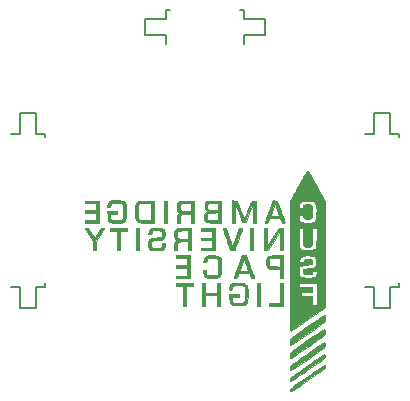
<source format=gbo>
G04 #@! TF.FileFunction,Legend,Bot*
%FSLAX46Y46*%
G04 Gerber Fmt 4.6, Leading zero omitted, Abs format (unit mm)*
G04 Created by KiCad (PCBNEW 4.1.0-alpha+201605071002+6776~44~ubuntu14.04.1-product) date Mon 25 Jul 2016 08:13:45 BST*
%MOMM*%
%LPD*%
G01*
G04 APERTURE LIST*
%ADD10C,0.100000*%
%ADD11C,0.010000*%
%ADD12C,0.150000*%
%ADD13R,2.220000X0.740000*%
%ADD14C,1.200000*%
%ADD15R,0.740000X2.220000*%
G04 APERTURE END LIST*
D10*
D11*
G36*
X110066746Y-113129605D02*
X109985442Y-113179704D01*
X109864060Y-113258223D01*
X109708517Y-113361089D01*
X109524731Y-113484226D01*
X109318620Y-113623561D01*
X109096102Y-113775019D01*
X108863093Y-113934527D01*
X108625513Y-114098010D01*
X108389277Y-114261395D01*
X108160305Y-114420607D01*
X107944514Y-114571572D01*
X107747820Y-114710216D01*
X107576143Y-114832464D01*
X107435400Y-114934244D01*
X107331508Y-115011480D01*
X107270385Y-115060098D01*
X107263790Y-115066051D01*
X107191248Y-115166783D01*
X107175500Y-115241941D01*
X107192938Y-115312282D01*
X107246104Y-115333818D01*
X107336275Y-115306377D01*
X107464731Y-115229792D01*
X107510460Y-115197544D01*
X107576864Y-115150318D01*
X107689038Y-115071609D01*
X107840455Y-114965953D01*
X108024589Y-114837886D01*
X108234915Y-114691943D01*
X108464906Y-114532660D01*
X108708035Y-114364574D01*
X108842375Y-114271824D01*
X109085283Y-114103745D01*
X109314565Y-113944229D01*
X109524362Y-113797414D01*
X109708816Y-113667438D01*
X109862068Y-113558440D01*
X109978261Y-113474559D01*
X110051535Y-113419933D01*
X110072688Y-113402714D01*
X110129417Y-113328503D01*
X110159796Y-113245162D01*
X110162046Y-113170285D01*
X110134394Y-113121467D01*
X110102055Y-113112000D01*
X110066746Y-113129605D01*
X110066746Y-113129605D01*
G37*
X110066746Y-113129605D02*
X109985442Y-113179704D01*
X109864060Y-113258223D01*
X109708517Y-113361089D01*
X109524731Y-113484226D01*
X109318620Y-113623561D01*
X109096102Y-113775019D01*
X108863093Y-113934527D01*
X108625513Y-114098010D01*
X108389277Y-114261395D01*
X108160305Y-114420607D01*
X107944514Y-114571572D01*
X107747820Y-114710216D01*
X107576143Y-114832464D01*
X107435400Y-114934244D01*
X107331508Y-115011480D01*
X107270385Y-115060098D01*
X107263790Y-115066051D01*
X107191248Y-115166783D01*
X107175500Y-115241941D01*
X107192938Y-115312282D01*
X107246104Y-115333818D01*
X107336275Y-115306377D01*
X107464731Y-115229792D01*
X107510460Y-115197544D01*
X107576864Y-115150318D01*
X107689038Y-115071609D01*
X107840455Y-114965953D01*
X108024589Y-114837886D01*
X108234915Y-114691943D01*
X108464906Y-114532660D01*
X108708035Y-114364574D01*
X108842375Y-114271824D01*
X109085283Y-114103745D01*
X109314565Y-113944229D01*
X109524362Y-113797414D01*
X109708816Y-113667438D01*
X109862068Y-113558440D01*
X109978261Y-113474559D01*
X110051535Y-113419933D01*
X110072688Y-113402714D01*
X110129417Y-113328503D01*
X110159796Y-113245162D01*
X110162046Y-113170285D01*
X110134394Y-113121467D01*
X110102055Y-113112000D01*
X110066746Y-113129605D01*
G36*
X110073151Y-112208983D02*
X109990766Y-112259461D01*
X109868413Y-112338601D01*
X109711974Y-112442322D01*
X109527331Y-112566541D01*
X109320366Y-112707176D01*
X109096959Y-112860144D01*
X108862992Y-113021364D01*
X108624346Y-113186753D01*
X108386904Y-113352229D01*
X108156547Y-113513709D01*
X107939155Y-113667111D01*
X107740612Y-113808354D01*
X107566797Y-113933354D01*
X107423592Y-114038031D01*
X107316880Y-114118300D01*
X107252541Y-114170080D01*
X107237415Y-114184851D01*
X107192331Y-114271052D01*
X107180089Y-114359578D01*
X107199518Y-114431386D01*
X107249444Y-114467432D01*
X107254875Y-114468217D01*
X107295308Y-114451635D01*
X107384290Y-114399944D01*
X107518829Y-114315119D01*
X107695931Y-114199140D01*
X107912602Y-114053985D01*
X108165850Y-113881632D01*
X108452682Y-113684059D01*
X108673012Y-113530997D01*
X108935943Y-113347497D01*
X109184569Y-113173482D01*
X109413726Y-113012598D01*
X109618249Y-112868497D01*
X109792974Y-112744825D01*
X109932738Y-112645234D01*
X110032376Y-112573371D01*
X110086724Y-112532885D01*
X110093825Y-112527046D01*
X110134942Y-112464412D01*
X110158510Y-112379566D01*
X110163584Y-112292489D01*
X110149222Y-112223161D01*
X110114478Y-112191565D01*
X110109688Y-112191250D01*
X110073151Y-112208983D01*
X110073151Y-112208983D01*
G37*
X110073151Y-112208983D02*
X109990766Y-112259461D01*
X109868413Y-112338601D01*
X109711974Y-112442322D01*
X109527331Y-112566541D01*
X109320366Y-112707176D01*
X109096959Y-112860144D01*
X108862992Y-113021364D01*
X108624346Y-113186753D01*
X108386904Y-113352229D01*
X108156547Y-113513709D01*
X107939155Y-113667111D01*
X107740612Y-113808354D01*
X107566797Y-113933354D01*
X107423592Y-114038031D01*
X107316880Y-114118300D01*
X107252541Y-114170080D01*
X107237415Y-114184851D01*
X107192331Y-114271052D01*
X107180089Y-114359578D01*
X107199518Y-114431386D01*
X107249444Y-114467432D01*
X107254875Y-114468217D01*
X107295308Y-114451635D01*
X107384290Y-114399944D01*
X107518829Y-114315119D01*
X107695931Y-114199140D01*
X107912602Y-114053985D01*
X108165850Y-113881632D01*
X108452682Y-113684059D01*
X108673012Y-113530997D01*
X108935943Y-113347497D01*
X109184569Y-113173482D01*
X109413726Y-113012598D01*
X109618249Y-112868497D01*
X109792974Y-112744825D01*
X109932738Y-112645234D01*
X110032376Y-112573371D01*
X110086724Y-112532885D01*
X110093825Y-112527046D01*
X110134942Y-112464412D01*
X110158510Y-112379566D01*
X110163584Y-112292489D01*
X110149222Y-112223161D01*
X110114478Y-112191565D01*
X110109688Y-112191250D01*
X110073151Y-112208983D01*
G36*
X110066509Y-111183936D02*
X110038166Y-111195906D01*
X109996346Y-111218744D01*
X109936958Y-111255127D01*
X109855910Y-111307734D01*
X109749110Y-111379247D01*
X109612467Y-111472343D01*
X109441889Y-111589701D01*
X109233286Y-111734002D01*
X108982565Y-111907924D01*
X108685634Y-112114148D01*
X108533582Y-112219775D01*
X108200640Y-112452106D01*
X107919183Y-112650812D01*
X107687593Y-112817090D01*
X107504253Y-112952136D01*
X107367548Y-113057148D01*
X107275860Y-113133323D01*
X107227573Y-113181857D01*
X107221262Y-113191293D01*
X107186709Y-113289500D01*
X107177745Y-113392525D01*
X107192606Y-113481643D01*
X107229528Y-113538127D01*
X107254875Y-113548186D01*
X107296075Y-113531776D01*
X107386102Y-113479917D01*
X107522312Y-113394351D01*
X107702060Y-113276817D01*
X107922703Y-113129055D01*
X108181597Y-112952805D01*
X108476097Y-112749807D01*
X108620125Y-112649784D01*
X108880108Y-112468601D01*
X109127561Y-112295679D01*
X109356921Y-112134938D01*
X109562623Y-111990300D01*
X109739100Y-111865687D01*
X109880790Y-111765020D01*
X109982126Y-111692222D01*
X110037543Y-111651213D01*
X110040938Y-111648539D01*
X110110244Y-111587937D01*
X110145665Y-111533192D01*
X110158465Y-111458811D01*
X110160000Y-111379132D01*
X110153992Y-111266146D01*
X110134098Y-111204531D01*
X110111589Y-111186429D01*
X110099129Y-111181876D01*
X110085466Y-111180152D01*
X110066509Y-111183936D01*
X110066509Y-111183936D01*
G37*
X110066509Y-111183936D02*
X110038166Y-111195906D01*
X109996346Y-111218744D01*
X109936958Y-111255127D01*
X109855910Y-111307734D01*
X109749110Y-111379247D01*
X109612467Y-111472343D01*
X109441889Y-111589701D01*
X109233286Y-111734002D01*
X108982565Y-111907924D01*
X108685634Y-112114148D01*
X108533582Y-112219775D01*
X108200640Y-112452106D01*
X107919183Y-112650812D01*
X107687593Y-112817090D01*
X107504253Y-112952136D01*
X107367548Y-113057148D01*
X107275860Y-113133323D01*
X107227573Y-113181857D01*
X107221262Y-113191293D01*
X107186709Y-113289500D01*
X107177745Y-113392525D01*
X107192606Y-113481643D01*
X107229528Y-113538127D01*
X107254875Y-113548186D01*
X107296075Y-113531776D01*
X107386102Y-113479917D01*
X107522312Y-113394351D01*
X107702060Y-113276817D01*
X107922703Y-113129055D01*
X108181597Y-112952805D01*
X108476097Y-112749807D01*
X108620125Y-112649784D01*
X108880108Y-112468601D01*
X109127561Y-112295679D01*
X109356921Y-112134938D01*
X109562623Y-111990300D01*
X109739100Y-111865687D01*
X109880790Y-111765020D01*
X109982126Y-111692222D01*
X110037543Y-111651213D01*
X110040938Y-111648539D01*
X110110244Y-111587937D01*
X110145665Y-111533192D01*
X110158465Y-111458811D01*
X110160000Y-111379132D01*
X110153992Y-111266146D01*
X110134098Y-111204531D01*
X110111589Y-111186429D01*
X110099129Y-111181876D01*
X110085466Y-111180152D01*
X110066509Y-111183936D01*
G36*
X110050469Y-110085271D02*
X109965510Y-110133706D01*
X109840394Y-110211706D01*
X109680856Y-110315565D01*
X109492630Y-110441579D01*
X109281450Y-110586042D01*
X109152912Y-110675286D01*
X108913328Y-110842396D01*
X108663726Y-111016323D01*
X108415798Y-111188933D01*
X108181235Y-111352091D01*
X107971729Y-111497662D01*
X107798971Y-111617511D01*
X107754836Y-111648079D01*
X107593973Y-111761262D01*
X107450304Y-111865804D01*
X107332445Y-111955156D01*
X107249008Y-112022771D01*
X107208607Y-112062100D01*
X107207149Y-112064440D01*
X107183668Y-112141165D01*
X107174088Y-112242561D01*
X107177498Y-112347753D01*
X107192985Y-112435866D01*
X107219637Y-112486024D01*
X107225722Y-112489478D01*
X107269651Y-112503375D01*
X107308447Y-112500588D01*
X107360045Y-112474807D01*
X107442383Y-112419723D01*
X107461250Y-112406627D01*
X107903371Y-112099240D01*
X108295917Y-111826005D01*
X108641583Y-111585011D01*
X108943060Y-111374347D01*
X109203040Y-111192102D01*
X109424216Y-111036366D01*
X109609280Y-110905226D01*
X109760923Y-110796772D01*
X109881839Y-110709094D01*
X109974720Y-110640279D01*
X110042257Y-110588416D01*
X110087143Y-110551596D01*
X110112070Y-110527906D01*
X110117393Y-110521172D01*
X110145344Y-110446292D01*
X110157347Y-110345527D01*
X110154607Y-110238373D01*
X110138327Y-110144324D01*
X110109712Y-110082874D01*
X110089537Y-110070105D01*
X110050469Y-110085271D01*
X110050469Y-110085271D01*
G37*
X110050469Y-110085271D02*
X109965510Y-110133706D01*
X109840394Y-110211706D01*
X109680856Y-110315565D01*
X109492630Y-110441579D01*
X109281450Y-110586042D01*
X109152912Y-110675286D01*
X108913328Y-110842396D01*
X108663726Y-111016323D01*
X108415798Y-111188933D01*
X108181235Y-111352091D01*
X107971729Y-111497662D01*
X107798971Y-111617511D01*
X107754836Y-111648079D01*
X107593973Y-111761262D01*
X107450304Y-111865804D01*
X107332445Y-111955156D01*
X107249008Y-112022771D01*
X107208607Y-112062100D01*
X107207149Y-112064440D01*
X107183668Y-112141165D01*
X107174088Y-112242561D01*
X107177498Y-112347753D01*
X107192985Y-112435866D01*
X107219637Y-112486024D01*
X107225722Y-112489478D01*
X107269651Y-112503375D01*
X107308447Y-112500588D01*
X107360045Y-112474807D01*
X107442383Y-112419723D01*
X107461250Y-112406627D01*
X107903371Y-112099240D01*
X108295917Y-111826005D01*
X108641583Y-111585011D01*
X108943060Y-111374347D01*
X109203040Y-111192102D01*
X109424216Y-111036366D01*
X109609280Y-110905226D01*
X109760923Y-110796772D01*
X109881839Y-110709094D01*
X109974720Y-110640279D01*
X110042257Y-110588416D01*
X110087143Y-110551596D01*
X110112070Y-110527906D01*
X110117393Y-110521172D01*
X110145344Y-110446292D01*
X110157347Y-110345527D01*
X110154607Y-110238373D01*
X110138327Y-110144324D01*
X110109712Y-110082874D01*
X110089537Y-110070105D01*
X110050469Y-110085271D01*
G36*
X110072688Y-108895954D02*
X110030564Y-108916366D01*
X109942702Y-108969327D01*
X109815170Y-109050662D01*
X109654033Y-109156198D01*
X109465357Y-109281759D01*
X109255210Y-109423172D01*
X109029658Y-109576261D01*
X108794766Y-109736853D01*
X108556603Y-109900772D01*
X108321232Y-110063845D01*
X108094723Y-110221896D01*
X107883139Y-110370753D01*
X107692549Y-110506239D01*
X107529019Y-110624180D01*
X107398614Y-110720403D01*
X107307401Y-110790732D01*
X107262813Y-110829507D01*
X107213712Y-110889900D01*
X107187304Y-110953073D01*
X107176882Y-111041774D01*
X107175500Y-111125529D01*
X107180005Y-111275596D01*
X107194883Y-111370741D01*
X107222181Y-111418995D01*
X107252868Y-111429250D01*
X107285934Y-111411672D01*
X107365922Y-111361257D01*
X107487663Y-111281479D01*
X107645985Y-111175812D01*
X107835720Y-111047731D01*
X108051696Y-110900710D01*
X108288744Y-110738225D01*
X108541694Y-110563751D01*
X108575034Y-110540675D01*
X108834905Y-110360241D01*
X109083338Y-110186790D01*
X109314519Y-110024449D01*
X109522636Y-109877341D01*
X109701875Y-109749594D01*
X109846422Y-109645332D01*
X109950464Y-109568681D01*
X110008187Y-109523766D01*
X110009188Y-109522913D01*
X110160000Y-109393726D01*
X110160000Y-108882042D01*
X110072688Y-108895954D01*
X110072688Y-108895954D01*
G37*
X110072688Y-108895954D02*
X110030564Y-108916366D01*
X109942702Y-108969327D01*
X109815170Y-109050662D01*
X109654033Y-109156198D01*
X109465357Y-109281759D01*
X109255210Y-109423172D01*
X109029658Y-109576261D01*
X108794766Y-109736853D01*
X108556603Y-109900772D01*
X108321232Y-110063845D01*
X108094723Y-110221896D01*
X107883139Y-110370753D01*
X107692549Y-110506239D01*
X107529019Y-110624180D01*
X107398614Y-110720403D01*
X107307401Y-110790732D01*
X107262813Y-110829507D01*
X107213712Y-110889900D01*
X107187304Y-110953073D01*
X107176882Y-111041774D01*
X107175500Y-111125529D01*
X107180005Y-111275596D01*
X107194883Y-111370741D01*
X107222181Y-111418995D01*
X107252868Y-111429250D01*
X107285934Y-111411672D01*
X107365922Y-111361257D01*
X107487663Y-111281479D01*
X107645985Y-111175812D01*
X107835720Y-111047731D01*
X108051696Y-110900710D01*
X108288744Y-110738225D01*
X108541694Y-110563751D01*
X108575034Y-110540675D01*
X108834905Y-110360241D01*
X109083338Y-110186790D01*
X109314519Y-110024449D01*
X109522636Y-109877341D01*
X109701875Y-109749594D01*
X109846422Y-109645332D01*
X109950464Y-109568681D01*
X110008187Y-109523766D01*
X110009188Y-109522913D01*
X110160000Y-109393726D01*
X110160000Y-108882042D01*
X110072688Y-108895954D01*
G36*
X108645802Y-96718264D02*
X108596605Y-96782676D01*
X108523792Y-96892539D01*
X108426090Y-97049908D01*
X108302227Y-97256836D01*
X108150930Y-97515378D01*
X107970928Y-97827586D01*
X107952505Y-97859735D01*
X107807939Y-98113144D01*
X107671522Y-98354239D01*
X107546912Y-98576407D01*
X107437771Y-98773035D01*
X107347757Y-98937512D01*
X107280531Y-99063225D01*
X107239754Y-99143563D01*
X107230972Y-99163240D01*
X107223909Y-99183729D01*
X107217479Y-99209665D01*
X107211657Y-99243911D01*
X107206420Y-99289331D01*
X107201742Y-99348789D01*
X107197600Y-99425149D01*
X107193968Y-99521275D01*
X107190823Y-99640030D01*
X107188139Y-99784278D01*
X107185894Y-99956883D01*
X107184061Y-100160709D01*
X107182616Y-100398619D01*
X107181536Y-100673477D01*
X107180795Y-100988148D01*
X107180369Y-101345494D01*
X107180234Y-101748380D01*
X107180365Y-102199670D01*
X107180738Y-102702226D01*
X107181329Y-103258914D01*
X107182112Y-103872597D01*
X107183063Y-104546138D01*
X107183347Y-104739692D01*
X107191375Y-110175125D01*
X107270750Y-110180748D01*
X107306360Y-110170566D01*
X107373722Y-110135935D01*
X107475491Y-110075112D01*
X107614320Y-109986350D01*
X107792863Y-109867908D01*
X108013774Y-109718039D01*
X108279708Y-109535000D01*
X108593318Y-109317046D01*
X108728804Y-109222426D01*
X108992515Y-109037512D01*
X109240669Y-108862478D01*
X109468342Y-108700868D01*
X109670607Y-108556229D01*
X109842538Y-108432105D01*
X109979210Y-108332042D01*
X110075696Y-108259585D01*
X110127071Y-108218280D01*
X110134066Y-108210979D01*
X110137143Y-108174153D01*
X110140003Y-108077453D01*
X110142634Y-107924506D01*
X110145019Y-107718938D01*
X110147145Y-107464376D01*
X110148997Y-107164446D01*
X110150559Y-106822774D01*
X110151818Y-106442986D01*
X110152463Y-106158750D01*
X109461500Y-106158750D01*
X109461500Y-108032000D01*
X109080500Y-108032000D01*
X109080500Y-107270000D01*
X108096250Y-107270000D01*
X108096250Y-106952500D01*
X109080500Y-106952500D01*
X109080500Y-106476250D01*
X107937500Y-106476250D01*
X107937500Y-106158750D01*
X109461500Y-106158750D01*
X110152463Y-106158750D01*
X110152759Y-106028709D01*
X110153367Y-105583569D01*
X110153628Y-105111193D01*
X110153628Y-105111000D01*
X109469681Y-105111000D01*
X109447964Y-105274715D01*
X109428744Y-105372431D01*
X109399317Y-105473895D01*
X109366405Y-105560141D01*
X109336733Y-105612205D01*
X109325748Y-105619478D01*
X109294560Y-105629760D01*
X109224650Y-105655027D01*
X109191625Y-105667252D01*
X109096225Y-105688699D01*
X108957406Y-105702384D01*
X108791472Y-105708577D01*
X108614730Y-105707549D01*
X108443484Y-105699568D01*
X108294039Y-105684907D01*
X108182701Y-105663835D01*
X108144165Y-105649886D01*
X108060667Y-105586192D01*
X108001290Y-105507585D01*
X107973794Y-105415178D01*
X107957645Y-105283701D01*
X107952942Y-105134768D01*
X107959788Y-104989990D01*
X107978284Y-104870979D01*
X107998040Y-104814906D01*
X108054630Y-104748568D01*
X108149744Y-104695948D01*
X108290063Y-104654905D01*
X108482268Y-104623296D01*
X108650870Y-104605671D01*
X108815382Y-104589047D01*
X108927138Y-104571663D01*
X108996864Y-104551144D01*
X109035283Y-104525113D01*
X109039808Y-104519513D01*
X109075348Y-104424497D01*
X109073126Y-104310035D01*
X109034799Y-104206463D01*
X109021717Y-104188190D01*
X108985461Y-104151764D01*
X108938715Y-104129736D01*
X108865516Y-104118380D01*
X108749901Y-104113965D01*
X108701529Y-104113412D01*
X108544414Y-104118445D01*
X108440332Y-104140136D01*
X108379856Y-104183692D01*
X108353560Y-104254319D01*
X108350250Y-104307443D01*
X108345452Y-104347846D01*
X108321253Y-104369830D01*
X108262953Y-104378947D01*
X108156145Y-104380750D01*
X107962040Y-104380750D01*
X107983995Y-104229937D01*
X108014361Y-104092277D01*
X108065256Y-103988679D01*
X108144555Y-103914810D01*
X108260138Y-103866336D01*
X108419883Y-103838925D01*
X108631667Y-103828244D01*
X108715375Y-103827652D01*
X108951022Y-103834971D01*
X109131169Y-103859929D01*
X109262534Y-103907448D01*
X109351830Y-103982450D01*
X109405772Y-104089858D01*
X109431077Y-104234592D01*
X109435353Y-104355376D01*
X109427724Y-104527630D01*
X109399482Y-104656636D01*
X109342597Y-104749737D01*
X109249040Y-104814272D01*
X109110781Y-104857581D01*
X108919789Y-104887006D01*
X108845284Y-104894779D01*
X108655935Y-104914202D01*
X108520029Y-104932102D01*
X108427673Y-104951488D01*
X108368970Y-104975368D01*
X108334026Y-105006752D01*
X108312948Y-105048648D01*
X108309837Y-105057616D01*
X108295130Y-105152072D01*
X108300919Y-105255930D01*
X108301120Y-105257014D01*
X108327284Y-105333500D01*
X108378703Y-105384278D01*
X108465899Y-105413879D01*
X108599393Y-105426831D01*
X108699500Y-105428500D01*
X108860099Y-105423830D01*
X108968795Y-105406266D01*
X109036731Y-105370471D01*
X109075052Y-105311113D01*
X109092296Y-105240479D01*
X109113001Y-105111000D01*
X109469681Y-105111000D01*
X110153628Y-105111000D01*
X110153526Y-104615206D01*
X110153048Y-104099235D01*
X110152387Y-103676551D01*
X110148394Y-101507375D01*
X109445625Y-101507375D01*
X109445625Y-102269375D01*
X109445251Y-102511903D01*
X109443709Y-102699760D01*
X109440367Y-102841774D01*
X109434595Y-102946771D01*
X109425764Y-103023579D01*
X109413241Y-103081023D01*
X109396398Y-103127932D01*
X109382125Y-103158375D01*
X109317702Y-103251813D01*
X109226416Y-103318906D01*
X109100050Y-103362218D01*
X108930384Y-103384314D01*
X108709198Y-103387759D01*
X108651875Y-103386239D01*
X108443942Y-103373861D01*
X108284464Y-103352322D01*
X108185672Y-103324694D01*
X108119734Y-103293038D01*
X108067547Y-103256104D01*
X108027389Y-103206455D01*
X107997542Y-103136658D01*
X107976286Y-103039277D01*
X107961902Y-102906878D01*
X107952669Y-102732025D01*
X107946868Y-102507285D01*
X107943426Y-102277312D01*
X107933476Y-101491500D01*
X108282458Y-101491500D01*
X108292542Y-102224605D01*
X108295918Y-102458586D01*
X108299366Y-102637340D01*
X108303771Y-102769136D01*
X108310018Y-102862241D01*
X108318994Y-102924924D01*
X108331585Y-102965452D01*
X108348676Y-102992095D01*
X108371153Y-103013118D01*
X108377580Y-103018355D01*
X108433652Y-103051606D01*
X108510660Y-103070490D01*
X108625745Y-103078260D01*
X108696950Y-103079000D01*
X108807436Y-103079296D01*
X108893223Y-103075431D01*
X108957602Y-103060271D01*
X109003867Y-103026683D01*
X109035312Y-102967534D01*
X109055228Y-102875691D01*
X109066909Y-102744020D01*
X109073648Y-102565389D01*
X109078737Y-102332665D01*
X109080500Y-102248176D01*
X109096375Y-101507375D01*
X109445625Y-101507375D01*
X110148394Y-101507375D01*
X110145619Y-100000718D01*
X109457772Y-100000718D01*
X109442515Y-100316908D01*
X109433647Y-100405727D01*
X109404050Y-100618190D01*
X109364099Y-100776450D01*
X109307530Y-100889671D01*
X109228080Y-100967020D01*
X109119487Y-101017661D01*
X108995179Y-101047350D01*
X108883318Y-101058759D01*
X108736945Y-101061979D01*
X108575533Y-101057908D01*
X108418557Y-101047448D01*
X108285492Y-101031498D01*
X108195812Y-101010957D01*
X108194147Y-101010337D01*
X108108120Y-100964178D01*
X108041174Y-100912807D01*
X108002869Y-100869466D01*
X107975558Y-100814501D01*
X107955078Y-100733507D01*
X107937268Y-100612077D01*
X107926278Y-100515187D01*
X107911793Y-100380250D01*
X108286750Y-100380250D01*
X108286750Y-100487857D01*
X108305324Y-100605381D01*
X108365426Y-100685163D01*
X108473627Y-100732924D01*
X108588980Y-100751058D01*
X108770652Y-100756906D01*
X108901242Y-100735551D01*
X108988153Y-100684519D01*
X109038791Y-100601337D01*
X109039021Y-100600676D01*
X109053400Y-100525519D01*
X109064368Y-100403360D01*
X109071704Y-100250612D01*
X109075188Y-100083694D01*
X109074600Y-99919020D01*
X109069721Y-99773007D01*
X109060330Y-99662072D01*
X109052185Y-99618250D01*
X109000340Y-99544484D01*
X108898011Y-99493733D01*
X108755014Y-99469099D01*
X108591625Y-99472597D01*
X108453465Y-99493590D01*
X108368585Y-99526998D01*
X108327097Y-99578714D01*
X108318500Y-99635415D01*
X108310581Y-99728137D01*
X108277976Y-99780763D01*
X108207412Y-99804031D01*
X108104287Y-99808750D01*
X107928617Y-99808750D01*
X107946774Y-99632817D01*
X107972414Y-99477305D01*
X108018003Y-99359499D01*
X108090988Y-99275006D01*
X108198814Y-99219430D01*
X108348929Y-99188378D01*
X108548778Y-99177455D01*
X108715375Y-99179241D01*
X108884424Y-99185291D01*
X109004334Y-99194214D01*
X109089467Y-99208393D01*
X109154182Y-99230210D01*
X109212235Y-99261672D01*
X109319166Y-99365312D01*
X109395879Y-99523788D01*
X109442154Y-99735967D01*
X109457772Y-100000718D01*
X110145619Y-100000718D01*
X110144125Y-99189625D01*
X109495933Y-98030750D01*
X109324580Y-97724550D01*
X109181316Y-97469194D01*
X109063291Y-97260069D01*
X108967658Y-97092562D01*
X108891570Y-96962061D01*
X108832179Y-96863953D01*
X108786637Y-96793627D01*
X108752098Y-96746471D01*
X108725713Y-96717871D01*
X108704635Y-96703216D01*
X108686017Y-96697893D01*
X108672655Y-96697250D01*
X108645802Y-96718264D01*
X108645802Y-96718264D01*
G37*
X108645802Y-96718264D02*
X108596605Y-96782676D01*
X108523792Y-96892539D01*
X108426090Y-97049908D01*
X108302227Y-97256836D01*
X108150930Y-97515378D01*
X107970928Y-97827586D01*
X107952505Y-97859735D01*
X107807939Y-98113144D01*
X107671522Y-98354239D01*
X107546912Y-98576407D01*
X107437771Y-98773035D01*
X107347757Y-98937512D01*
X107280531Y-99063225D01*
X107239754Y-99143563D01*
X107230972Y-99163240D01*
X107223909Y-99183729D01*
X107217479Y-99209665D01*
X107211657Y-99243911D01*
X107206420Y-99289331D01*
X107201742Y-99348789D01*
X107197600Y-99425149D01*
X107193968Y-99521275D01*
X107190823Y-99640030D01*
X107188139Y-99784278D01*
X107185894Y-99956883D01*
X107184061Y-100160709D01*
X107182616Y-100398619D01*
X107181536Y-100673477D01*
X107180795Y-100988148D01*
X107180369Y-101345494D01*
X107180234Y-101748380D01*
X107180365Y-102199670D01*
X107180738Y-102702226D01*
X107181329Y-103258914D01*
X107182112Y-103872597D01*
X107183063Y-104546138D01*
X107183347Y-104739692D01*
X107191375Y-110175125D01*
X107270750Y-110180748D01*
X107306360Y-110170566D01*
X107373722Y-110135935D01*
X107475491Y-110075112D01*
X107614320Y-109986350D01*
X107792863Y-109867908D01*
X108013774Y-109718039D01*
X108279708Y-109535000D01*
X108593318Y-109317046D01*
X108728804Y-109222426D01*
X108992515Y-109037512D01*
X109240669Y-108862478D01*
X109468342Y-108700868D01*
X109670607Y-108556229D01*
X109842538Y-108432105D01*
X109979210Y-108332042D01*
X110075696Y-108259585D01*
X110127071Y-108218280D01*
X110134066Y-108210979D01*
X110137143Y-108174153D01*
X110140003Y-108077453D01*
X110142634Y-107924506D01*
X110145019Y-107718938D01*
X110147145Y-107464376D01*
X110148997Y-107164446D01*
X110150559Y-106822774D01*
X110151818Y-106442986D01*
X110152463Y-106158750D01*
X109461500Y-106158750D01*
X109461500Y-108032000D01*
X109080500Y-108032000D01*
X109080500Y-107270000D01*
X108096250Y-107270000D01*
X108096250Y-106952500D01*
X109080500Y-106952500D01*
X109080500Y-106476250D01*
X107937500Y-106476250D01*
X107937500Y-106158750D01*
X109461500Y-106158750D01*
X110152463Y-106158750D01*
X110152759Y-106028709D01*
X110153367Y-105583569D01*
X110153628Y-105111193D01*
X110153628Y-105111000D01*
X109469681Y-105111000D01*
X109447964Y-105274715D01*
X109428744Y-105372431D01*
X109399317Y-105473895D01*
X109366405Y-105560141D01*
X109336733Y-105612205D01*
X109325748Y-105619478D01*
X109294560Y-105629760D01*
X109224650Y-105655027D01*
X109191625Y-105667252D01*
X109096225Y-105688699D01*
X108957406Y-105702384D01*
X108791472Y-105708577D01*
X108614730Y-105707549D01*
X108443484Y-105699568D01*
X108294039Y-105684907D01*
X108182701Y-105663835D01*
X108144165Y-105649886D01*
X108060667Y-105586192D01*
X108001290Y-105507585D01*
X107973794Y-105415178D01*
X107957645Y-105283701D01*
X107952942Y-105134768D01*
X107959788Y-104989990D01*
X107978284Y-104870979D01*
X107998040Y-104814906D01*
X108054630Y-104748568D01*
X108149744Y-104695948D01*
X108290063Y-104654905D01*
X108482268Y-104623296D01*
X108650870Y-104605671D01*
X108815382Y-104589047D01*
X108927138Y-104571663D01*
X108996864Y-104551144D01*
X109035283Y-104525113D01*
X109039808Y-104519513D01*
X109075348Y-104424497D01*
X109073126Y-104310035D01*
X109034799Y-104206463D01*
X109021717Y-104188190D01*
X108985461Y-104151764D01*
X108938715Y-104129736D01*
X108865516Y-104118380D01*
X108749901Y-104113965D01*
X108701529Y-104113412D01*
X108544414Y-104118445D01*
X108440332Y-104140136D01*
X108379856Y-104183692D01*
X108353560Y-104254319D01*
X108350250Y-104307443D01*
X108345452Y-104347846D01*
X108321253Y-104369830D01*
X108262953Y-104378947D01*
X108156145Y-104380750D01*
X107962040Y-104380750D01*
X107983995Y-104229937D01*
X108014361Y-104092277D01*
X108065256Y-103988679D01*
X108144555Y-103914810D01*
X108260138Y-103866336D01*
X108419883Y-103838925D01*
X108631667Y-103828244D01*
X108715375Y-103827652D01*
X108951022Y-103834971D01*
X109131169Y-103859929D01*
X109262534Y-103907448D01*
X109351830Y-103982450D01*
X109405772Y-104089858D01*
X109431077Y-104234592D01*
X109435353Y-104355376D01*
X109427724Y-104527630D01*
X109399482Y-104656636D01*
X109342597Y-104749737D01*
X109249040Y-104814272D01*
X109110781Y-104857581D01*
X108919789Y-104887006D01*
X108845284Y-104894779D01*
X108655935Y-104914202D01*
X108520029Y-104932102D01*
X108427673Y-104951488D01*
X108368970Y-104975368D01*
X108334026Y-105006752D01*
X108312948Y-105048648D01*
X108309837Y-105057616D01*
X108295130Y-105152072D01*
X108300919Y-105255930D01*
X108301120Y-105257014D01*
X108327284Y-105333500D01*
X108378703Y-105384278D01*
X108465899Y-105413879D01*
X108599393Y-105426831D01*
X108699500Y-105428500D01*
X108860099Y-105423830D01*
X108968795Y-105406266D01*
X109036731Y-105370471D01*
X109075052Y-105311113D01*
X109092296Y-105240479D01*
X109113001Y-105111000D01*
X109469681Y-105111000D01*
X110153628Y-105111000D01*
X110153526Y-104615206D01*
X110153048Y-104099235D01*
X110152387Y-103676551D01*
X110148394Y-101507375D01*
X109445625Y-101507375D01*
X109445625Y-102269375D01*
X109445251Y-102511903D01*
X109443709Y-102699760D01*
X109440367Y-102841774D01*
X109434595Y-102946771D01*
X109425764Y-103023579D01*
X109413241Y-103081023D01*
X109396398Y-103127932D01*
X109382125Y-103158375D01*
X109317702Y-103251813D01*
X109226416Y-103318906D01*
X109100050Y-103362218D01*
X108930384Y-103384314D01*
X108709198Y-103387759D01*
X108651875Y-103386239D01*
X108443942Y-103373861D01*
X108284464Y-103352322D01*
X108185672Y-103324694D01*
X108119734Y-103293038D01*
X108067547Y-103256104D01*
X108027389Y-103206455D01*
X107997542Y-103136658D01*
X107976286Y-103039277D01*
X107961902Y-102906878D01*
X107952669Y-102732025D01*
X107946868Y-102507285D01*
X107943426Y-102277312D01*
X107933476Y-101491500D01*
X108282458Y-101491500D01*
X108292542Y-102224605D01*
X108295918Y-102458586D01*
X108299366Y-102637340D01*
X108303771Y-102769136D01*
X108310018Y-102862241D01*
X108318994Y-102924924D01*
X108331585Y-102965452D01*
X108348676Y-102992095D01*
X108371153Y-103013118D01*
X108377580Y-103018355D01*
X108433652Y-103051606D01*
X108510660Y-103070490D01*
X108625745Y-103078260D01*
X108696950Y-103079000D01*
X108807436Y-103079296D01*
X108893223Y-103075431D01*
X108957602Y-103060271D01*
X109003867Y-103026683D01*
X109035312Y-102967534D01*
X109055228Y-102875691D01*
X109066909Y-102744020D01*
X109073648Y-102565389D01*
X109078737Y-102332665D01*
X109080500Y-102248176D01*
X109096375Y-101507375D01*
X109445625Y-101507375D01*
X110148394Y-101507375D01*
X110145619Y-100000718D01*
X109457772Y-100000718D01*
X109442515Y-100316908D01*
X109433647Y-100405727D01*
X109404050Y-100618190D01*
X109364099Y-100776450D01*
X109307530Y-100889671D01*
X109228080Y-100967020D01*
X109119487Y-101017661D01*
X108995179Y-101047350D01*
X108883318Y-101058759D01*
X108736945Y-101061979D01*
X108575533Y-101057908D01*
X108418557Y-101047448D01*
X108285492Y-101031498D01*
X108195812Y-101010957D01*
X108194147Y-101010337D01*
X108108120Y-100964178D01*
X108041174Y-100912807D01*
X108002869Y-100869466D01*
X107975558Y-100814501D01*
X107955078Y-100733507D01*
X107937268Y-100612077D01*
X107926278Y-100515187D01*
X107911793Y-100380250D01*
X108286750Y-100380250D01*
X108286750Y-100487857D01*
X108305324Y-100605381D01*
X108365426Y-100685163D01*
X108473627Y-100732924D01*
X108588980Y-100751058D01*
X108770652Y-100756906D01*
X108901242Y-100735551D01*
X108988153Y-100684519D01*
X109038791Y-100601337D01*
X109039021Y-100600676D01*
X109053400Y-100525519D01*
X109064368Y-100403360D01*
X109071704Y-100250612D01*
X109075188Y-100083694D01*
X109074600Y-99919020D01*
X109069721Y-99773007D01*
X109060330Y-99662072D01*
X109052185Y-99618250D01*
X109000340Y-99544484D01*
X108898011Y-99493733D01*
X108755014Y-99469099D01*
X108591625Y-99472597D01*
X108453465Y-99493590D01*
X108368585Y-99526998D01*
X108327097Y-99578714D01*
X108318500Y-99635415D01*
X108310581Y-99728137D01*
X108277976Y-99780763D01*
X108207412Y-99804031D01*
X108104287Y-99808750D01*
X107928617Y-99808750D01*
X107946774Y-99632817D01*
X107972414Y-99477305D01*
X108018003Y-99359499D01*
X108090988Y-99275006D01*
X108198814Y-99219430D01*
X108348929Y-99188378D01*
X108548778Y-99177455D01*
X108715375Y-99179241D01*
X108884424Y-99185291D01*
X109004334Y-99194214D01*
X109089467Y-99208393D01*
X109154182Y-99230210D01*
X109212235Y-99261672D01*
X109319166Y-99365312D01*
X109395879Y-99523788D01*
X109442154Y-99735967D01*
X109457772Y-100000718D01*
X110145619Y-100000718D01*
X110144125Y-99189625D01*
X109495933Y-98030750D01*
X109324580Y-97724550D01*
X109181316Y-97469194D01*
X109063291Y-97260069D01*
X108967658Y-97092562D01*
X108891570Y-96962061D01*
X108832179Y-96863953D01*
X108786637Y-96793627D01*
X108752098Y-96746471D01*
X108725713Y-96717871D01*
X108704635Y-96703216D01*
X108686017Y-96697893D01*
X108672655Y-96697250D01*
X108645802Y-96718264D01*
G36*
X106381750Y-107809750D02*
X105397500Y-107809750D01*
X105397500Y-108063750D01*
X106604000Y-108063750D01*
X106604000Y-106158750D01*
X106381750Y-106158750D01*
X106381750Y-107809750D01*
X106381750Y-107809750D01*
G37*
X106381750Y-107809750D02*
X105397500Y-107809750D01*
X105397500Y-108063750D01*
X106604000Y-108063750D01*
X106604000Y-106158750D01*
X106381750Y-106158750D01*
X106381750Y-107809750D01*
G36*
X104445000Y-108063750D02*
X104699000Y-108063750D01*
X104699000Y-106158750D01*
X104445000Y-106158750D01*
X104445000Y-108063750D01*
X104445000Y-108063750D01*
G37*
X104445000Y-108063750D02*
X104699000Y-108063750D01*
X104699000Y-106158750D01*
X104445000Y-106158750D01*
X104445000Y-108063750D01*
G36*
X102588113Y-106146351D02*
X102420475Y-106158423D01*
X102297883Y-106181555D01*
X102211256Y-106218214D01*
X102151516Y-106270864D01*
X102114280Y-106331739D01*
X102082186Y-106432824D01*
X102064781Y-106552737D01*
X102063750Y-106584235D01*
X102066090Y-106673273D01*
X102081364Y-106715903D01*
X102121958Y-106729219D01*
X102169554Y-106730250D01*
X102234094Y-106725892D01*
X102269873Y-106701827D01*
X102291711Y-106641565D01*
X102304492Y-106580129D01*
X102327410Y-106491569D01*
X102362838Y-106428675D01*
X102420578Y-106387530D01*
X102510432Y-106364217D01*
X102642203Y-106354820D01*
X102825693Y-106355420D01*
X102864643Y-106356280D01*
X103030091Y-106360415D01*
X103155862Y-106369111D01*
X103247390Y-106390136D01*
X103310104Y-106431257D01*
X103349436Y-106500243D01*
X103370818Y-106604863D01*
X103379680Y-106752886D01*
X103381454Y-106952079D01*
X103381375Y-107095375D01*
X103380993Y-107302571D01*
X103379188Y-107455837D01*
X103374972Y-107564743D01*
X103367356Y-107638856D01*
X103355354Y-107687745D01*
X103337975Y-107720979D01*
X103314234Y-107748127D01*
X103313939Y-107748422D01*
X103234314Y-107794129D01*
X103109995Y-107827365D01*
X102957374Y-107847749D01*
X102792843Y-107854901D01*
X102632794Y-107848437D01*
X102493619Y-107827977D01*
X102391711Y-107793138D01*
X102360271Y-107770627D01*
X102328072Y-107706750D01*
X102303523Y-107594747D01*
X102294147Y-107511547D01*
X102277307Y-107301750D01*
X102889250Y-107301750D01*
X102889250Y-107079500D01*
X102055760Y-107079500D01*
X102069752Y-107445055D01*
X102081455Y-107640928D01*
X102102627Y-107783713D01*
X102138299Y-107883669D01*
X102193503Y-107951051D01*
X102273268Y-107996118D01*
X102352475Y-108021507D01*
X102451479Y-108037968D01*
X102593946Y-108049576D01*
X102760515Y-108056056D01*
X102931825Y-108057134D01*
X103088517Y-108052537D01*
X103211230Y-108041992D01*
X103254375Y-108034263D01*
X103361356Y-108003501D01*
X103444152Y-107963863D01*
X103506013Y-107907324D01*
X103550192Y-107825862D01*
X103579939Y-107711455D01*
X103598505Y-107556077D01*
X103609142Y-107351708D01*
X103614147Y-107146409D01*
X103616807Y-106892893D01*
X103613113Y-106694446D01*
X103600898Y-106542778D01*
X103577992Y-106429595D01*
X103542227Y-106346607D01*
X103491434Y-106285521D01*
X103423446Y-106238045D01*
X103369458Y-106210766D01*
X103298387Y-106181818D01*
X103223674Y-106162322D01*
X103130758Y-106150513D01*
X103005080Y-106144624D01*
X102832078Y-106142888D01*
X102809875Y-106142875D01*
X102588113Y-106146351D01*
X102588113Y-106146351D01*
G37*
X102588113Y-106146351D02*
X102420475Y-106158423D01*
X102297883Y-106181555D01*
X102211256Y-106218214D01*
X102151516Y-106270864D01*
X102114280Y-106331739D01*
X102082186Y-106432824D01*
X102064781Y-106552737D01*
X102063750Y-106584235D01*
X102066090Y-106673273D01*
X102081364Y-106715903D01*
X102121958Y-106729219D01*
X102169554Y-106730250D01*
X102234094Y-106725892D01*
X102269873Y-106701827D01*
X102291711Y-106641565D01*
X102304492Y-106580129D01*
X102327410Y-106491569D01*
X102362838Y-106428675D01*
X102420578Y-106387530D01*
X102510432Y-106364217D01*
X102642203Y-106354820D01*
X102825693Y-106355420D01*
X102864643Y-106356280D01*
X103030091Y-106360415D01*
X103155862Y-106369111D01*
X103247390Y-106390136D01*
X103310104Y-106431257D01*
X103349436Y-106500243D01*
X103370818Y-106604863D01*
X103379680Y-106752886D01*
X103381454Y-106952079D01*
X103381375Y-107095375D01*
X103380993Y-107302571D01*
X103379188Y-107455837D01*
X103374972Y-107564743D01*
X103367356Y-107638856D01*
X103355354Y-107687745D01*
X103337975Y-107720979D01*
X103314234Y-107748127D01*
X103313939Y-107748422D01*
X103234314Y-107794129D01*
X103109995Y-107827365D01*
X102957374Y-107847749D01*
X102792843Y-107854901D01*
X102632794Y-107848437D01*
X102493619Y-107827977D01*
X102391711Y-107793138D01*
X102360271Y-107770627D01*
X102328072Y-107706750D01*
X102303523Y-107594747D01*
X102294147Y-107511547D01*
X102277307Y-107301750D01*
X102889250Y-107301750D01*
X102889250Y-107079500D01*
X102055760Y-107079500D01*
X102069752Y-107445055D01*
X102081455Y-107640928D01*
X102102627Y-107783713D01*
X102138299Y-107883669D01*
X102193503Y-107951051D01*
X102273268Y-107996118D01*
X102352475Y-108021507D01*
X102451479Y-108037968D01*
X102593946Y-108049576D01*
X102760515Y-108056056D01*
X102931825Y-108057134D01*
X103088517Y-108052537D01*
X103211230Y-108041992D01*
X103254375Y-108034263D01*
X103361356Y-108003501D01*
X103444152Y-107963863D01*
X103506013Y-107907324D01*
X103550192Y-107825862D01*
X103579939Y-107711455D01*
X103598505Y-107556077D01*
X103609142Y-107351708D01*
X103614147Y-107146409D01*
X103616807Y-106892893D01*
X103613113Y-106694446D01*
X103600898Y-106542778D01*
X103577992Y-106429595D01*
X103542227Y-106346607D01*
X103491434Y-106285521D01*
X103423446Y-106238045D01*
X103369458Y-106210766D01*
X103298387Y-106181818D01*
X103223674Y-106162322D01*
X103130758Y-106150513D01*
X103005080Y-106144624D01*
X102832078Y-106142888D01*
X102809875Y-106142875D01*
X102588113Y-106146351D01*
G36*
X101016000Y-106984250D02*
X99968250Y-106984250D01*
X99968250Y-106158750D01*
X99714250Y-106158750D01*
X99714250Y-108063750D01*
X99968250Y-108063750D01*
X99968250Y-107174750D01*
X101016000Y-107174750D01*
X101016000Y-108063750D01*
X101270000Y-108063750D01*
X101270000Y-106158750D01*
X101016000Y-106158750D01*
X101016000Y-106984250D01*
X101016000Y-106984250D01*
G37*
X101016000Y-106984250D02*
X99968250Y-106984250D01*
X99968250Y-106158750D01*
X99714250Y-106158750D01*
X99714250Y-108063750D01*
X99968250Y-108063750D01*
X99968250Y-107174750D01*
X101016000Y-107174750D01*
X101016000Y-108063750D01*
X101270000Y-108063750D01*
X101270000Y-106158750D01*
X101016000Y-106158750D01*
X101016000Y-106984250D01*
G36*
X97555250Y-106381000D02*
X98158500Y-106381000D01*
X98158500Y-108063750D01*
X98380750Y-108063750D01*
X98380750Y-106381000D01*
X98984000Y-106381000D01*
X98984000Y-106158750D01*
X97555250Y-106158750D01*
X97555250Y-106381000D01*
X97555250Y-106381000D01*
G37*
X97555250Y-106381000D02*
X98158500Y-106381000D01*
X98158500Y-108063750D01*
X98380750Y-108063750D01*
X98380750Y-106381000D01*
X98984000Y-106381000D01*
X98984000Y-106158750D01*
X97555250Y-106158750D01*
X97555250Y-106381000D01*
G36*
X100324329Y-103816182D02*
X100165161Y-103840889D01*
X100050961Y-103889240D01*
X99973026Y-103967100D01*
X99922652Y-104080338D01*
X99891138Y-104234820D01*
X99889619Y-104245812D01*
X99867042Y-104412500D01*
X100118742Y-104412500D01*
X100135523Y-104263618D01*
X100159811Y-104149909D01*
X100210320Y-104077551D01*
X100300350Y-104034177D01*
X100405469Y-104012676D01*
X100522242Y-104005372D01*
X100661624Y-104011530D01*
X100805469Y-104028526D01*
X100935634Y-104053737D01*
X101033973Y-104084541D01*
X101075766Y-104109574D01*
X101094392Y-104136655D01*
X101107976Y-104181003D01*
X101117243Y-104251653D01*
X101122921Y-104357639D01*
X101125736Y-104507996D01*
X101126413Y-104711757D01*
X101126387Y-104739237D01*
X101123991Y-104987679D01*
X101117421Y-105175182D01*
X101106526Y-105304181D01*
X101091160Y-105377109D01*
X101086943Y-105386269D01*
X101020848Y-105453394D01*
X100908497Y-105497052D01*
X100745288Y-105518312D01*
X100526614Y-105518245D01*
X100519982Y-105517961D01*
X100354644Y-105506931D01*
X100241786Y-105486053D01*
X100170438Y-105448032D01*
X100129631Y-105385571D01*
X100108396Y-105291374D01*
X100102653Y-105240370D01*
X100091440Y-105145639D01*
X100073362Y-105097995D01*
X100036111Y-105081259D01*
X99980086Y-105079250D01*
X99873000Y-105079250D01*
X99873000Y-105249137D01*
X99885416Y-105427276D01*
X99924880Y-105554312D01*
X99994717Y-105638044D01*
X100052802Y-105670834D01*
X100141010Y-105693717D01*
X100274805Y-105712112D01*
X100436382Y-105725192D01*
X100607933Y-105732128D01*
X100771651Y-105732094D01*
X100909730Y-105724261D01*
X100980432Y-105713944D01*
X101097436Y-105683917D01*
X101189255Y-105644351D01*
X101258900Y-105587790D01*
X101309380Y-105506778D01*
X101343706Y-105393860D01*
X101364886Y-105241578D01*
X101375930Y-105042478D01*
X101379848Y-104789102D01*
X101380055Y-104723920D01*
X101381125Y-104098715D01*
X101273294Y-103987367D01*
X101188756Y-103916825D01*
X101085680Y-103866373D01*
X100953207Y-103833383D01*
X100780477Y-103815227D01*
X100556630Y-103809277D01*
X100537168Y-103809250D01*
X100324329Y-103816182D01*
X100324329Y-103816182D01*
G37*
X100324329Y-103816182D02*
X100165161Y-103840889D01*
X100050961Y-103889240D01*
X99973026Y-103967100D01*
X99922652Y-104080338D01*
X99891138Y-104234820D01*
X99889619Y-104245812D01*
X99867042Y-104412500D01*
X100118742Y-104412500D01*
X100135523Y-104263618D01*
X100159811Y-104149909D01*
X100210320Y-104077551D01*
X100300350Y-104034177D01*
X100405469Y-104012676D01*
X100522242Y-104005372D01*
X100661624Y-104011530D01*
X100805469Y-104028526D01*
X100935634Y-104053737D01*
X101033973Y-104084541D01*
X101075766Y-104109574D01*
X101094392Y-104136655D01*
X101107976Y-104181003D01*
X101117243Y-104251653D01*
X101122921Y-104357639D01*
X101125736Y-104507996D01*
X101126413Y-104711757D01*
X101126387Y-104739237D01*
X101123991Y-104987679D01*
X101117421Y-105175182D01*
X101106526Y-105304181D01*
X101091160Y-105377109D01*
X101086943Y-105386269D01*
X101020848Y-105453394D01*
X100908497Y-105497052D01*
X100745288Y-105518312D01*
X100526614Y-105518245D01*
X100519982Y-105517961D01*
X100354644Y-105506931D01*
X100241786Y-105486053D01*
X100170438Y-105448032D01*
X100129631Y-105385571D01*
X100108396Y-105291374D01*
X100102653Y-105240370D01*
X100091440Y-105145639D01*
X100073362Y-105097995D01*
X100036111Y-105081259D01*
X99980086Y-105079250D01*
X99873000Y-105079250D01*
X99873000Y-105249137D01*
X99885416Y-105427276D01*
X99924880Y-105554312D01*
X99994717Y-105638044D01*
X100052802Y-105670834D01*
X100141010Y-105693717D01*
X100274805Y-105712112D01*
X100436382Y-105725192D01*
X100607933Y-105732128D01*
X100771651Y-105732094D01*
X100909730Y-105724261D01*
X100980432Y-105713944D01*
X101097436Y-105683917D01*
X101189255Y-105644351D01*
X101258900Y-105587790D01*
X101309380Y-105506778D01*
X101343706Y-105393860D01*
X101364886Y-105241578D01*
X101375930Y-105042478D01*
X101379848Y-104789102D01*
X101380055Y-104723920D01*
X101381125Y-104098715D01*
X101273294Y-103987367D01*
X101188756Y-103916825D01*
X101085680Y-103866373D01*
X100953207Y-103833383D01*
X100780477Y-103815227D01*
X100556630Y-103809277D01*
X100537168Y-103809250D01*
X100324329Y-103816182D01*
G36*
X106040438Y-103815104D02*
X105785666Y-103823651D01*
X105587352Y-103839388D01*
X105438501Y-103867105D01*
X105332115Y-103911592D01*
X105261199Y-103977640D01*
X105218756Y-104070039D01*
X105197790Y-104193579D01*
X105191305Y-104353050D01*
X105191125Y-104396625D01*
X105196704Y-104576184D01*
X105218355Y-104713730D01*
X105263452Y-104815071D01*
X105339368Y-104886017D01*
X105453478Y-104932375D01*
X105613154Y-104959954D01*
X105825769Y-104974562D01*
X105929313Y-104978132D01*
X106381750Y-104991061D01*
X106381750Y-105714250D01*
X106604000Y-105714250D01*
X106604000Y-104031500D01*
X106381750Y-104031500D01*
X106381750Y-104766669D01*
X105954622Y-104756272D01*
X105759292Y-104748715D01*
X105612776Y-104737020D01*
X105520445Y-104721738D01*
X105490451Y-104708741D01*
X105447852Y-104630689D01*
X105424616Y-104515016D01*
X105420079Y-104381552D01*
X105433576Y-104250128D01*
X105464442Y-104140575D01*
X105511756Y-104072909D01*
X105566512Y-104052997D01*
X105670214Y-104039813D01*
X105828155Y-104032883D01*
X105975069Y-104031500D01*
X106381750Y-104031500D01*
X106604000Y-104031500D01*
X106604000Y-103802169D01*
X106040438Y-103815104D01*
X106040438Y-103815104D01*
G37*
X106040438Y-103815104D02*
X105785666Y-103823651D01*
X105587352Y-103839388D01*
X105438501Y-103867105D01*
X105332115Y-103911592D01*
X105261199Y-103977640D01*
X105218756Y-104070039D01*
X105197790Y-104193579D01*
X105191305Y-104353050D01*
X105191125Y-104396625D01*
X105196704Y-104576184D01*
X105218355Y-104713730D01*
X105263452Y-104815071D01*
X105339368Y-104886017D01*
X105453478Y-104932375D01*
X105613154Y-104959954D01*
X105825769Y-104974562D01*
X105929313Y-104978132D01*
X106381750Y-104991061D01*
X106381750Y-105714250D01*
X106604000Y-105714250D01*
X106604000Y-104031500D01*
X106381750Y-104031500D01*
X106381750Y-104766669D01*
X105954622Y-104756272D01*
X105759292Y-104748715D01*
X105612776Y-104737020D01*
X105520445Y-104721738D01*
X105490451Y-104708741D01*
X105447852Y-104630689D01*
X105424616Y-104515016D01*
X105420079Y-104381552D01*
X105433576Y-104250128D01*
X105464442Y-104140575D01*
X105511756Y-104072909D01*
X105566512Y-104052997D01*
X105670214Y-104039813D01*
X105828155Y-104032883D01*
X105975069Y-104031500D01*
X106381750Y-104031500D01*
X106604000Y-104031500D01*
X106604000Y-103802169D01*
X106040438Y-103815104D01*
G36*
X102816113Y-104704662D02*
X102731189Y-104932432D01*
X102652704Y-105142775D01*
X102583603Y-105327811D01*
X102526831Y-105479658D01*
X102485334Y-105590434D01*
X102462057Y-105652259D01*
X102458821Y-105660717D01*
X102452137Y-105696152D01*
X102478433Y-105710601D01*
X102551356Y-105709793D01*
X102572232Y-105708342D01*
X102647998Y-105700160D01*
X102694809Y-105679740D01*
X102728118Y-105632269D01*
X102763377Y-105542932D01*
X102773064Y-105515812D01*
X102838062Y-105333250D01*
X103772959Y-105333250D01*
X103833635Y-105515812D01*
X103869143Y-105616781D01*
X103900144Y-105672289D01*
X103941663Y-105697299D01*
X104008725Y-105706772D01*
X104026781Y-105708138D01*
X104107645Y-105708702D01*
X104153450Y-105698523D01*
X104157450Y-105692263D01*
X104146399Y-105657165D01*
X104115956Y-105569963D01*
X104068803Y-105438091D01*
X104007624Y-105268985D01*
X103947127Y-105103062D01*
X103675966Y-105103062D01*
X103666836Y-105120502D01*
X103620143Y-105132351D01*
X103528364Y-105139405D01*
X103383976Y-105142464D01*
X103302000Y-105142750D01*
X103132396Y-105141211D01*
X103018690Y-105136059D01*
X102953341Y-105126492D01*
X102928809Y-105111708D01*
X102929106Y-105103062D01*
X102944660Y-105060611D01*
X102977686Y-104969831D01*
X103024051Y-104842103D01*
X103079621Y-104688810D01*
X103110701Y-104603000D01*
X103169700Y-104442341D01*
X103222462Y-104302910D01*
X103264732Y-104195637D01*
X103292248Y-104131452D01*
X103299407Y-104118629D01*
X103312437Y-104128173D01*
X103337002Y-104176121D01*
X103374510Y-104266156D01*
X103426370Y-104401959D01*
X103493991Y-104587215D01*
X103578781Y-104825606D01*
X103675966Y-105103062D01*
X103947127Y-105103062D01*
X103935100Y-105070079D01*
X103853914Y-104848809D01*
X103815990Y-104745875D01*
X103476330Y-103825125D01*
X103150982Y-103806199D01*
X102816113Y-104704662D01*
X102816113Y-104704662D01*
G37*
X102816113Y-104704662D02*
X102731189Y-104932432D01*
X102652704Y-105142775D01*
X102583603Y-105327811D01*
X102526831Y-105479658D01*
X102485334Y-105590434D01*
X102462057Y-105652259D01*
X102458821Y-105660717D01*
X102452137Y-105696152D01*
X102478433Y-105710601D01*
X102551356Y-105709793D01*
X102572232Y-105708342D01*
X102647998Y-105700160D01*
X102694809Y-105679740D01*
X102728118Y-105632269D01*
X102763377Y-105542932D01*
X102773064Y-105515812D01*
X102838062Y-105333250D01*
X103772959Y-105333250D01*
X103833635Y-105515812D01*
X103869143Y-105616781D01*
X103900144Y-105672289D01*
X103941663Y-105697299D01*
X104008725Y-105706772D01*
X104026781Y-105708138D01*
X104107645Y-105708702D01*
X104153450Y-105698523D01*
X104157450Y-105692263D01*
X104146399Y-105657165D01*
X104115956Y-105569963D01*
X104068803Y-105438091D01*
X104007624Y-105268985D01*
X103947127Y-105103062D01*
X103675966Y-105103062D01*
X103666836Y-105120502D01*
X103620143Y-105132351D01*
X103528364Y-105139405D01*
X103383976Y-105142464D01*
X103302000Y-105142750D01*
X103132396Y-105141211D01*
X103018690Y-105136059D01*
X102953341Y-105126492D01*
X102928809Y-105111708D01*
X102929106Y-105103062D01*
X102944660Y-105060611D01*
X102977686Y-104969831D01*
X103024051Y-104842103D01*
X103079621Y-104688810D01*
X103110701Y-104603000D01*
X103169700Y-104442341D01*
X103222462Y-104302910D01*
X103264732Y-104195637D01*
X103292248Y-104131452D01*
X103299407Y-104118629D01*
X103312437Y-104128173D01*
X103337002Y-104176121D01*
X103374510Y-104266156D01*
X103426370Y-104401959D01*
X103493991Y-104587215D01*
X103578781Y-104825606D01*
X103675966Y-105103062D01*
X103947127Y-105103062D01*
X103935100Y-105070079D01*
X103853914Y-104848809D01*
X103815990Y-104745875D01*
X103476330Y-103825125D01*
X103150982Y-103806199D01*
X102816113Y-104704662D01*
G36*
X97523500Y-104031500D02*
X98507750Y-104031500D01*
X98507750Y-104634750D01*
X97587000Y-104634750D01*
X97587000Y-104857000D01*
X98507750Y-104857000D01*
X98507750Y-105523750D01*
X97523500Y-105523750D01*
X97523500Y-105714250D01*
X98761750Y-105714250D01*
X98761750Y-103809250D01*
X97523500Y-103809250D01*
X97523500Y-104031500D01*
X97523500Y-104031500D01*
G37*
X97523500Y-104031500D02*
X98507750Y-104031500D01*
X98507750Y-104634750D01*
X97587000Y-104634750D01*
X97587000Y-104857000D01*
X98507750Y-104857000D01*
X98507750Y-105523750D01*
X97523500Y-105523750D01*
X97523500Y-105714250D01*
X98761750Y-105714250D01*
X98761750Y-103809250D01*
X97523500Y-103809250D01*
X97523500Y-104031500D01*
G36*
X105743591Y-102293187D02*
X105254625Y-103094875D01*
X105246143Y-102293187D01*
X105237660Y-101491500D01*
X104984750Y-101491500D01*
X104984750Y-103396500D01*
X105357669Y-103396500D01*
X105861772Y-102573544D01*
X106365875Y-101750589D01*
X106374340Y-102573544D01*
X106382805Y-103396500D01*
X106604000Y-103396500D01*
X106604000Y-101491500D01*
X106418278Y-101491500D01*
X106232556Y-101491499D01*
X105743591Y-102293187D01*
X105743591Y-102293187D01*
G37*
X105743591Y-102293187D02*
X105254625Y-103094875D01*
X105246143Y-102293187D01*
X105237660Y-101491500D01*
X104984750Y-101491500D01*
X104984750Y-103396500D01*
X105357669Y-103396500D01*
X105861772Y-102573544D01*
X106365875Y-101750589D01*
X106374340Y-102573544D01*
X106382805Y-103396500D01*
X106604000Y-103396500D01*
X106604000Y-101491500D01*
X106418278Y-101491500D01*
X106232556Y-101491499D01*
X105743591Y-102293187D01*
G36*
X103841750Y-103396500D02*
X104095750Y-103396500D01*
X104095750Y-101491500D01*
X103841750Y-101491500D01*
X103841750Y-103396500D01*
X103841750Y-103396500D01*
G37*
X103841750Y-103396500D02*
X104095750Y-103396500D01*
X104095750Y-101491500D01*
X103841750Y-101491500D01*
X103841750Y-103396500D01*
G36*
X102615792Y-102298402D02*
X102540893Y-102510508D01*
X102472353Y-102700644D01*
X102413012Y-102861249D01*
X102365708Y-102984763D01*
X102333282Y-103063626D01*
X102318574Y-103090276D01*
X102318410Y-103090166D01*
X102304284Y-103057287D01*
X102272320Y-102972459D01*
X102225429Y-102843744D01*
X102166522Y-102679207D01*
X102098512Y-102486912D01*
X102029979Y-102291201D01*
X101756763Y-101507375D01*
X101624507Y-101497611D01*
X101543156Y-101494036D01*
X101496548Y-101496694D01*
X101492250Y-101499257D01*
X101502383Y-101531230D01*
X101530665Y-101614034D01*
X101573923Y-101738685D01*
X101628985Y-101896202D01*
X101692678Y-102077602D01*
X101761829Y-102273901D01*
X101833264Y-102476119D01*
X101903812Y-102675271D01*
X101970298Y-102862376D01*
X102029551Y-103028451D01*
X102078397Y-103164513D01*
X102113663Y-103261580D01*
X102131574Y-103309187D01*
X102160087Y-103362485D01*
X102202984Y-103388241D01*
X102281158Y-103396152D01*
X102319729Y-103396500D01*
X102412452Y-103391423D01*
X102475512Y-103378519D01*
X102489219Y-103369857D01*
X102505148Y-103331719D01*
X102538495Y-103243239D01*
X102586069Y-103113430D01*
X102644683Y-102951301D01*
X102711146Y-102765866D01*
X102782271Y-102566135D01*
X102854867Y-102361120D01*
X102925745Y-102159832D01*
X102991717Y-101971284D01*
X103049594Y-101804487D01*
X103096185Y-101668451D01*
X103128303Y-101572190D01*
X103142757Y-101524713D01*
X103143250Y-101521746D01*
X103115145Y-101502532D01*
X103045213Y-101492115D01*
X103020604Y-101491500D01*
X102897958Y-101491500D01*
X102615792Y-102298402D01*
X102615792Y-102298402D01*
G37*
X102615792Y-102298402D02*
X102540893Y-102510508D01*
X102472353Y-102700644D01*
X102413012Y-102861249D01*
X102365708Y-102984763D01*
X102333282Y-103063626D01*
X102318574Y-103090276D01*
X102318410Y-103090166D01*
X102304284Y-103057287D01*
X102272320Y-102972459D01*
X102225429Y-102843744D01*
X102166522Y-102679207D01*
X102098512Y-102486912D01*
X102029979Y-102291201D01*
X101756763Y-101507375D01*
X101624507Y-101497611D01*
X101543156Y-101494036D01*
X101496548Y-101496694D01*
X101492250Y-101499257D01*
X101502383Y-101531230D01*
X101530665Y-101614034D01*
X101573923Y-101738685D01*
X101628985Y-101896202D01*
X101692678Y-102077602D01*
X101761829Y-102273901D01*
X101833264Y-102476119D01*
X101903812Y-102675271D01*
X101970298Y-102862376D01*
X102029551Y-103028451D01*
X102078397Y-103164513D01*
X102113663Y-103261580D01*
X102131574Y-103309187D01*
X102160087Y-103362485D01*
X102202984Y-103388241D01*
X102281158Y-103396152D01*
X102319729Y-103396500D01*
X102412452Y-103391423D01*
X102475512Y-103378519D01*
X102489219Y-103369857D01*
X102505148Y-103331719D01*
X102538495Y-103243239D01*
X102586069Y-103113430D01*
X102644683Y-102951301D01*
X102711146Y-102765866D01*
X102782271Y-102566135D01*
X102854867Y-102361120D01*
X102925745Y-102159832D01*
X102991717Y-101971284D01*
X103049594Y-101804487D01*
X103096185Y-101668451D01*
X103128303Y-101572190D01*
X103142757Y-101524713D01*
X103143250Y-101521746D01*
X103115145Y-101502532D01*
X103045213Y-101492115D01*
X103020604Y-101491500D01*
X102897958Y-101491500D01*
X102615792Y-102298402D01*
G36*
X99650750Y-101713750D02*
X100635000Y-101713750D01*
X100635000Y-102317000D01*
X99682500Y-102317000D01*
X99682500Y-102507500D01*
X100635000Y-102507500D01*
X100635000Y-103174250D01*
X99650750Y-103174250D01*
X99650750Y-103396500D01*
X100889000Y-103396500D01*
X100889000Y-101491500D01*
X99650750Y-101491500D01*
X99650750Y-101713750D01*
X99650750Y-101713750D01*
G37*
X99650750Y-101713750D02*
X100635000Y-101713750D01*
X100635000Y-102317000D01*
X99682500Y-102317000D01*
X99682500Y-102507500D01*
X100635000Y-102507500D01*
X100635000Y-103174250D01*
X99650750Y-103174250D01*
X99650750Y-103396500D01*
X100889000Y-103396500D01*
X100889000Y-101491500D01*
X99650750Y-101491500D01*
X99650750Y-101713750D01*
G36*
X98034815Y-101494686D02*
X97824304Y-101506913D01*
X97663875Y-101532183D01*
X97546921Y-101574500D01*
X97466833Y-101637864D01*
X97417002Y-101726279D01*
X97390820Y-101843748D01*
X97381679Y-101994273D01*
X97381273Y-102049160D01*
X97392699Y-102238253D01*
X97428287Y-102373920D01*
X97490487Y-102462407D01*
X97559169Y-102502736D01*
X97599984Y-102521847D01*
X97590799Y-102541565D01*
X97542962Y-102569080D01*
X97480226Y-102619606D01*
X97436927Y-102699025D01*
X97410445Y-102816832D01*
X97398158Y-102982523D01*
X97396500Y-103099612D01*
X97396500Y-103396500D01*
X97650500Y-103396500D01*
X97650500Y-103093431D01*
X97651793Y-102950077D01*
X97657754Y-102854931D01*
X97671506Y-102792724D01*
X97696174Y-102748183D01*
X97728432Y-102712431D01*
X97764148Y-102680028D01*
X97802966Y-102658121D01*
X97857399Y-102644662D01*
X97939958Y-102637605D01*
X98063153Y-102634903D01*
X98204682Y-102634500D01*
X98603000Y-102634500D01*
X98603000Y-103396500D01*
X98857000Y-103396500D01*
X98857000Y-102412250D01*
X98603000Y-102412250D01*
X98188807Y-102412250D01*
X98018899Y-102411663D01*
X97900313Y-102408617D01*
X97820871Y-102401185D01*
X97768397Y-102387437D01*
X97730714Y-102365445D01*
X97696682Y-102334318D01*
X97652365Y-102280181D01*
X97628674Y-102216728D01*
X97619638Y-102122535D01*
X97618750Y-102054636D01*
X97625425Y-101931872D01*
X97643148Y-101835872D01*
X97660320Y-101796037D01*
X97726417Y-101748203D01*
X97846463Y-101713844D01*
X98023147Y-101692480D01*
X98259161Y-101683634D01*
X98293438Y-101683382D01*
X98603000Y-101682000D01*
X98603000Y-102412250D01*
X98857000Y-102412250D01*
X98857000Y-101491500D01*
X98302018Y-101491500D01*
X98034815Y-101494686D01*
X98034815Y-101494686D01*
G37*
X98034815Y-101494686D02*
X97824304Y-101506913D01*
X97663875Y-101532183D01*
X97546921Y-101574500D01*
X97466833Y-101637864D01*
X97417002Y-101726279D01*
X97390820Y-101843748D01*
X97381679Y-101994273D01*
X97381273Y-102049160D01*
X97392699Y-102238253D01*
X97428287Y-102373920D01*
X97490487Y-102462407D01*
X97559169Y-102502736D01*
X97599984Y-102521847D01*
X97590799Y-102541565D01*
X97542962Y-102569080D01*
X97480226Y-102619606D01*
X97436927Y-102699025D01*
X97410445Y-102816832D01*
X97398158Y-102982523D01*
X97396500Y-103099612D01*
X97396500Y-103396500D01*
X97650500Y-103396500D01*
X97650500Y-103093431D01*
X97651793Y-102950077D01*
X97657754Y-102854931D01*
X97671506Y-102792724D01*
X97696174Y-102748183D01*
X97728432Y-102712431D01*
X97764148Y-102680028D01*
X97802966Y-102658121D01*
X97857399Y-102644662D01*
X97939958Y-102637605D01*
X98063153Y-102634903D01*
X98204682Y-102634500D01*
X98603000Y-102634500D01*
X98603000Y-103396500D01*
X98857000Y-103396500D01*
X98857000Y-102412250D01*
X98603000Y-102412250D01*
X98188807Y-102412250D01*
X98018899Y-102411663D01*
X97900313Y-102408617D01*
X97820871Y-102401185D01*
X97768397Y-102387437D01*
X97730714Y-102365445D01*
X97696682Y-102334318D01*
X97652365Y-102280181D01*
X97628674Y-102216728D01*
X97619638Y-102122535D01*
X97618750Y-102054636D01*
X97625425Y-101931872D01*
X97643148Y-101835872D01*
X97660320Y-101796037D01*
X97726417Y-101748203D01*
X97846463Y-101713844D01*
X98023147Y-101692480D01*
X98259161Y-101683634D01*
X98293438Y-101683382D01*
X98603000Y-101682000D01*
X98603000Y-102412250D01*
X98857000Y-102412250D01*
X98857000Y-101491500D01*
X98302018Y-101491500D01*
X98034815Y-101494686D01*
G36*
X95696957Y-101485725D02*
X95528504Y-101504331D01*
X95406628Y-101541390D01*
X95323191Y-101601612D01*
X95270053Y-101689707D01*
X95239077Y-101810388D01*
X95229779Y-101880437D01*
X95213551Y-102031250D01*
X95330553Y-102031250D01*
X95404671Y-102026806D01*
X95444033Y-102001919D01*
X95467578Y-101939252D01*
X95477465Y-101896788D01*
X95506434Y-101806188D01*
X95552943Y-101744493D01*
X95627488Y-101707244D01*
X95740567Y-101689982D01*
X95902678Y-101688249D01*
X95963953Y-101690146D01*
X96135508Y-101702106D01*
X96253395Y-101727719D01*
X96327097Y-101773968D01*
X96366095Y-101847838D01*
X96379869Y-101956310D01*
X96380500Y-101996949D01*
X96374107Y-102109117D01*
X96347789Y-102185364D01*
X96290840Y-102234599D01*
X96192554Y-102265733D01*
X96042225Y-102287675D01*
X96029465Y-102289099D01*
X95803388Y-102314784D01*
X95631693Y-102336670D01*
X95505523Y-102356723D01*
X95416022Y-102376913D01*
X95354334Y-102399206D01*
X95311602Y-102425570D01*
X95281209Y-102455354D01*
X95227178Y-102556766D01*
X95194785Y-102700426D01*
X95186389Y-102868079D01*
X95204347Y-103041470D01*
X95205024Y-103045042D01*
X95244345Y-103188748D01*
X95303360Y-103283340D01*
X95392912Y-103342587D01*
X95456573Y-103364394D01*
X95552055Y-103380244D01*
X95689818Y-103389939D01*
X95851898Y-103393662D01*
X96020333Y-103391597D01*
X96177159Y-103383926D01*
X96304414Y-103370832D01*
X96377527Y-103355020D01*
X96492341Y-103289918D01*
X96569779Y-103184273D01*
X96614716Y-103030535D01*
X96622371Y-102975812D01*
X96643243Y-102793250D01*
X96380500Y-102793250D01*
X96380500Y-102916732D01*
X96361120Y-103035417D01*
X96319786Y-103115170D01*
X96289374Y-103147893D01*
X96252850Y-103169395D01*
X96197240Y-103182012D01*
X96109567Y-103188081D01*
X95976854Y-103189939D01*
X95904151Y-103190025D01*
X95748505Y-103189152D01*
X95643379Y-103185077D01*
X95575801Y-103175458D01*
X95532796Y-103157957D01*
X95501391Y-103130233D01*
X95488615Y-103115070D01*
X95449906Y-103032819D01*
X95429149Y-102918899D01*
X95426848Y-102796519D01*
X95443506Y-102688889D01*
X95477893Y-102620892D01*
X95498330Y-102598698D01*
X95514421Y-102583574D01*
X95537678Y-102573367D01*
X95579611Y-102565928D01*
X95651730Y-102559104D01*
X95765546Y-102550744D01*
X95908001Y-102540507D01*
X96135338Y-102517875D01*
X96307091Y-102484136D01*
X96430922Y-102433850D01*
X96514493Y-102361574D01*
X96565468Y-102261865D01*
X96591508Y-102129282D01*
X96597480Y-102050816D01*
X96597258Y-101864280D01*
X96571102Y-101721748D01*
X96512638Y-101617857D01*
X96415494Y-101547244D01*
X96273297Y-101504548D01*
X96079673Y-101484405D01*
X95920125Y-101480860D01*
X95696957Y-101485725D01*
X95696957Y-101485725D01*
G37*
X95696957Y-101485725D02*
X95528504Y-101504331D01*
X95406628Y-101541390D01*
X95323191Y-101601612D01*
X95270053Y-101689707D01*
X95239077Y-101810388D01*
X95229779Y-101880437D01*
X95213551Y-102031250D01*
X95330553Y-102031250D01*
X95404671Y-102026806D01*
X95444033Y-102001919D01*
X95467578Y-101939252D01*
X95477465Y-101896788D01*
X95506434Y-101806188D01*
X95552943Y-101744493D01*
X95627488Y-101707244D01*
X95740567Y-101689982D01*
X95902678Y-101688249D01*
X95963953Y-101690146D01*
X96135508Y-101702106D01*
X96253395Y-101727719D01*
X96327097Y-101773968D01*
X96366095Y-101847838D01*
X96379869Y-101956310D01*
X96380500Y-101996949D01*
X96374107Y-102109117D01*
X96347789Y-102185364D01*
X96290840Y-102234599D01*
X96192554Y-102265733D01*
X96042225Y-102287675D01*
X96029465Y-102289099D01*
X95803388Y-102314784D01*
X95631693Y-102336670D01*
X95505523Y-102356723D01*
X95416022Y-102376913D01*
X95354334Y-102399206D01*
X95311602Y-102425570D01*
X95281209Y-102455354D01*
X95227178Y-102556766D01*
X95194785Y-102700426D01*
X95186389Y-102868079D01*
X95204347Y-103041470D01*
X95205024Y-103045042D01*
X95244345Y-103188748D01*
X95303360Y-103283340D01*
X95392912Y-103342587D01*
X95456573Y-103364394D01*
X95552055Y-103380244D01*
X95689818Y-103389939D01*
X95851898Y-103393662D01*
X96020333Y-103391597D01*
X96177159Y-103383926D01*
X96304414Y-103370832D01*
X96377527Y-103355020D01*
X96492341Y-103289918D01*
X96569779Y-103184273D01*
X96614716Y-103030535D01*
X96622371Y-102975812D01*
X96643243Y-102793250D01*
X96380500Y-102793250D01*
X96380500Y-102916732D01*
X96361120Y-103035417D01*
X96319786Y-103115170D01*
X96289374Y-103147893D01*
X96252850Y-103169395D01*
X96197240Y-103182012D01*
X96109567Y-103188081D01*
X95976854Y-103189939D01*
X95904151Y-103190025D01*
X95748505Y-103189152D01*
X95643379Y-103185077D01*
X95575801Y-103175458D01*
X95532796Y-103157957D01*
X95501391Y-103130233D01*
X95488615Y-103115070D01*
X95449906Y-103032819D01*
X95429149Y-102918899D01*
X95426848Y-102796519D01*
X95443506Y-102688889D01*
X95477893Y-102620892D01*
X95498330Y-102598698D01*
X95514421Y-102583574D01*
X95537678Y-102573367D01*
X95579611Y-102565928D01*
X95651730Y-102559104D01*
X95765546Y-102550744D01*
X95908001Y-102540507D01*
X96135338Y-102517875D01*
X96307091Y-102484136D01*
X96430922Y-102433850D01*
X96514493Y-102361574D01*
X96565468Y-102261865D01*
X96591508Y-102129282D01*
X96597480Y-102050816D01*
X96597258Y-101864280D01*
X96571102Y-101721748D01*
X96512638Y-101617857D01*
X96415494Y-101547244D01*
X96273297Y-101504548D01*
X96079673Y-101484405D01*
X95920125Y-101480860D01*
X95696957Y-101485725D01*
G36*
X94158000Y-103396500D02*
X94412000Y-103396500D01*
X94412000Y-101491500D01*
X94158000Y-101491500D01*
X94158000Y-103396500D01*
X94158000Y-103396500D01*
G37*
X94158000Y-103396500D02*
X94412000Y-103396500D01*
X94412000Y-101491500D01*
X94158000Y-101491500D01*
X94158000Y-103396500D01*
G36*
X91967250Y-101713750D02*
X92570500Y-101713750D01*
X92570500Y-103396500D01*
X92824500Y-103396500D01*
X92824500Y-101713750D01*
X93427750Y-101713750D01*
X93427750Y-101491500D01*
X91967250Y-101491500D01*
X91967250Y-101713750D01*
X91967250Y-101713750D01*
G37*
X91967250Y-101713750D02*
X92570500Y-101713750D01*
X92570500Y-103396500D01*
X92824500Y-103396500D01*
X92824500Y-101713750D01*
X93427750Y-101713750D01*
X93427750Y-101491500D01*
X91967250Y-101491500D01*
X91967250Y-101713750D01*
G36*
X91325347Y-101491477D02*
X91319868Y-101491500D01*
X91178252Y-101491500D01*
X90915877Y-101904250D01*
X90824429Y-102046351D01*
X90744502Y-102167234D01*
X90682340Y-102257716D01*
X90644185Y-102308613D01*
X90635689Y-102316407D01*
X90613460Y-102290713D01*
X90564534Y-102220522D01*
X90495365Y-102115498D01*
X90412404Y-101985305D01*
X90379750Y-101933084D01*
X90291273Y-101792819D01*
X90212179Y-101671023D01*
X90149604Y-101578423D01*
X90110686Y-101525750D01*
X90104284Y-101518986D01*
X90050690Y-101501265D01*
X89963866Y-101496177D01*
X89938191Y-101497497D01*
X89809438Y-101507375D01*
X90173249Y-102063000D01*
X90537059Y-102618625D01*
X90537780Y-103007562D01*
X90538500Y-103396500D01*
X90760750Y-103396500D01*
X90760750Y-102614840D01*
X91081040Y-102109371D01*
X91207481Y-101910321D01*
X91303265Y-101758959D01*
X91370893Y-101648819D01*
X91412863Y-101573434D01*
X91431675Y-101526336D01*
X91429830Y-101501059D01*
X91409828Y-101491135D01*
X91374167Y-101490097D01*
X91325347Y-101491477D01*
X91325347Y-101491477D01*
G37*
X91325347Y-101491477D02*
X91319868Y-101491500D01*
X91178252Y-101491500D01*
X90915877Y-101904250D01*
X90824429Y-102046351D01*
X90744502Y-102167234D01*
X90682340Y-102257716D01*
X90644185Y-102308613D01*
X90635689Y-102316407D01*
X90613460Y-102290713D01*
X90564534Y-102220522D01*
X90495365Y-102115498D01*
X90412404Y-101985305D01*
X90379750Y-101933084D01*
X90291273Y-101792819D01*
X90212179Y-101671023D01*
X90149604Y-101578423D01*
X90110686Y-101525750D01*
X90104284Y-101518986D01*
X90050690Y-101501265D01*
X89963866Y-101496177D01*
X89938191Y-101497497D01*
X89809438Y-101507375D01*
X90173249Y-102063000D01*
X90537059Y-102618625D01*
X90537780Y-103007562D01*
X90538500Y-103396500D01*
X90760750Y-103396500D01*
X90760750Y-102614840D01*
X91081040Y-102109371D01*
X91207481Y-101910321D01*
X91303265Y-101758959D01*
X91370893Y-101648819D01*
X91412863Y-101573434D01*
X91431675Y-101526336D01*
X91429830Y-101501059D01*
X91409828Y-101491135D01*
X91374167Y-101490097D01*
X91325347Y-101491477D01*
G36*
X92277699Y-99160850D02*
X92117633Y-99170928D01*
X92000937Y-99191298D01*
X91917619Y-99224942D01*
X91857687Y-99274846D01*
X91811150Y-99343992D01*
X91800612Y-99364286D01*
X91763852Y-99471832D01*
X91745516Y-99592054D01*
X91745050Y-99610312D01*
X91745000Y-99745250D01*
X91872000Y-99745250D01*
X91953294Y-99742084D01*
X91989417Y-99720951D01*
X91998698Y-99664400D01*
X91999000Y-99624318D01*
X92003984Y-99529608D01*
X92025245Y-99462773D01*
X92072253Y-99418568D01*
X92154474Y-99391750D01*
X92281376Y-99377076D01*
X92459307Y-99369392D01*
X92661552Y-99367199D01*
X92810206Y-99375799D01*
X92914641Y-99397777D01*
X92984234Y-99435717D01*
X93028357Y-99492201D01*
X93044690Y-99530736D01*
X93058386Y-99604530D01*
X93068418Y-99726955D01*
X93074797Y-99883249D01*
X93077534Y-100058650D01*
X93076642Y-100238394D01*
X93072130Y-100407721D01*
X93064012Y-100551866D01*
X93052299Y-100656069D01*
X93043778Y-100692628D01*
X93005503Y-100760070D01*
X92939623Y-100807733D01*
X92837939Y-100837747D01*
X92692252Y-100852240D01*
X92494365Y-100853342D01*
X92431518Y-100851639D01*
X92274862Y-100845062D01*
X92169452Y-100835834D01*
X92103035Y-100821725D01*
X92063359Y-100800509D01*
X92045856Y-100781511D01*
X92017540Y-100716862D01*
X91993370Y-100618460D01*
X91976810Y-100509546D01*
X91971327Y-100413361D01*
X91980386Y-100353147D01*
X91981641Y-100350901D01*
X92022925Y-100334235D01*
X92115817Y-100322492D01*
X92248527Y-100316994D01*
X92286624Y-100316750D01*
X92570500Y-100316750D01*
X92570500Y-100094500D01*
X91736844Y-100094500D01*
X91751335Y-100435812D01*
X91765485Y-100639674D01*
X91790498Y-100789884D01*
X91829998Y-100895878D01*
X91887613Y-100967091D01*
X91966969Y-101012957D01*
X91974223Y-101015761D01*
X92055300Y-101033913D01*
X92182798Y-101048732D01*
X92339697Y-101059609D01*
X92508975Y-101065939D01*
X92673613Y-101067113D01*
X92816590Y-101062525D01*
X92920886Y-101051567D01*
X92929745Y-101049847D01*
X93035454Y-101015488D01*
X93129773Y-100965866D01*
X93136120Y-100961318D01*
X93194575Y-100908404D01*
X93239038Y-100841828D01*
X93271317Y-100752802D01*
X93293225Y-100632538D01*
X93306570Y-100472249D01*
X93313164Y-100263147D01*
X93314696Y-100094500D01*
X93314706Y-99888773D01*
X93312439Y-99735538D01*
X93306902Y-99623797D01*
X93297104Y-99542555D01*
X93282053Y-99480816D01*
X93260757Y-99427584D01*
X93253125Y-99411875D01*
X93198443Y-99321864D01*
X93130724Y-99255241D01*
X93040292Y-99208783D01*
X92917469Y-99179267D01*
X92752580Y-99163469D01*
X92535948Y-99158167D01*
X92491125Y-99158079D01*
X92277699Y-99160850D01*
X92277699Y-99160850D01*
G37*
X92277699Y-99160850D02*
X92117633Y-99170928D01*
X92000937Y-99191298D01*
X91917619Y-99224942D01*
X91857687Y-99274846D01*
X91811150Y-99343992D01*
X91800612Y-99364286D01*
X91763852Y-99471832D01*
X91745516Y-99592054D01*
X91745050Y-99610312D01*
X91745000Y-99745250D01*
X91872000Y-99745250D01*
X91953294Y-99742084D01*
X91989417Y-99720951D01*
X91998698Y-99664400D01*
X91999000Y-99624318D01*
X92003984Y-99529608D01*
X92025245Y-99462773D01*
X92072253Y-99418568D01*
X92154474Y-99391750D01*
X92281376Y-99377076D01*
X92459307Y-99369392D01*
X92661552Y-99367199D01*
X92810206Y-99375799D01*
X92914641Y-99397777D01*
X92984234Y-99435717D01*
X93028357Y-99492201D01*
X93044690Y-99530736D01*
X93058386Y-99604530D01*
X93068418Y-99726955D01*
X93074797Y-99883249D01*
X93077534Y-100058650D01*
X93076642Y-100238394D01*
X93072130Y-100407721D01*
X93064012Y-100551866D01*
X93052299Y-100656069D01*
X93043778Y-100692628D01*
X93005503Y-100760070D01*
X92939623Y-100807733D01*
X92837939Y-100837747D01*
X92692252Y-100852240D01*
X92494365Y-100853342D01*
X92431518Y-100851639D01*
X92274862Y-100845062D01*
X92169452Y-100835834D01*
X92103035Y-100821725D01*
X92063359Y-100800509D01*
X92045856Y-100781511D01*
X92017540Y-100716862D01*
X91993370Y-100618460D01*
X91976810Y-100509546D01*
X91971327Y-100413361D01*
X91980386Y-100353147D01*
X91981641Y-100350901D01*
X92022925Y-100334235D01*
X92115817Y-100322492D01*
X92248527Y-100316994D01*
X92286624Y-100316750D01*
X92570500Y-100316750D01*
X92570500Y-100094500D01*
X91736844Y-100094500D01*
X91751335Y-100435812D01*
X91765485Y-100639674D01*
X91790498Y-100789884D01*
X91829998Y-100895878D01*
X91887613Y-100967091D01*
X91966969Y-101012957D01*
X91974223Y-101015761D01*
X92055300Y-101033913D01*
X92182798Y-101048732D01*
X92339697Y-101059609D01*
X92508975Y-101065939D01*
X92673613Y-101067113D01*
X92816590Y-101062525D01*
X92920886Y-101051567D01*
X92929745Y-101049847D01*
X93035454Y-101015488D01*
X93129773Y-100965866D01*
X93136120Y-100961318D01*
X93194575Y-100908404D01*
X93239038Y-100841828D01*
X93271317Y-100752802D01*
X93293225Y-100632538D01*
X93306570Y-100472249D01*
X93313164Y-100263147D01*
X93314696Y-100094500D01*
X93314706Y-99888773D01*
X93312439Y-99735538D01*
X93306902Y-99623797D01*
X93297104Y-99542555D01*
X93282053Y-99480816D01*
X93260757Y-99427584D01*
X93253125Y-99411875D01*
X93198443Y-99321864D01*
X93130724Y-99255241D01*
X93040292Y-99208783D01*
X92917469Y-99179267D01*
X92752580Y-99163469D01*
X92535948Y-99158167D01*
X92491125Y-99158079D01*
X92277699Y-99160850D01*
G36*
X105419118Y-100085151D02*
X105334875Y-100312904D01*
X105258260Y-100521484D01*
X105191963Y-100703456D01*
X105138672Y-100851385D01*
X105101074Y-100957837D01*
X105081859Y-101015377D01*
X105079917Y-101023187D01*
X105108120Y-101038233D01*
X105178297Y-101046470D01*
X105204355Y-101047000D01*
X105273869Y-101044345D01*
X105316833Y-101026936D01*
X105347616Y-100980604D01*
X105380589Y-100891181D01*
X105389524Y-100864437D01*
X105450339Y-100681875D01*
X106377729Y-100664325D01*
X106447494Y-100855662D01*
X106486904Y-100959065D01*
X106518735Y-101016302D01*
X106556720Y-101041024D01*
X106614594Y-101046880D01*
X106640005Y-101047000D01*
X106717967Y-101041312D01*
X106760246Y-101027162D01*
X106762750Y-101022175D01*
X106752271Y-100987194D01*
X106722610Y-100900106D01*
X106676430Y-100768426D01*
X106616395Y-100599672D01*
X106571799Y-100475500D01*
X106310092Y-100475500D01*
X105933171Y-100475500D01*
X105786941Y-100473377D01*
X105667154Y-100467597D01*
X105586146Y-100459041D01*
X105556251Y-100448591D01*
X105556250Y-100448551D01*
X105566497Y-100411128D01*
X105594887Y-100324364D01*
X105637892Y-100198606D01*
X105691987Y-100044202D01*
X105739562Y-99910676D01*
X105922873Y-99399749D01*
X106116482Y-99937624D01*
X106310092Y-100475500D01*
X106571799Y-100475500D01*
X106545171Y-100401360D01*
X106465420Y-100181005D01*
X106433591Y-100093488D01*
X106104432Y-99189625D01*
X105931417Y-99180276D01*
X105758402Y-99170928D01*
X105419118Y-100085151D01*
X105419118Y-100085151D01*
G37*
X105419118Y-100085151D02*
X105334875Y-100312904D01*
X105258260Y-100521484D01*
X105191963Y-100703456D01*
X105138672Y-100851385D01*
X105101074Y-100957837D01*
X105081859Y-101015377D01*
X105079917Y-101023187D01*
X105108120Y-101038233D01*
X105178297Y-101046470D01*
X105204355Y-101047000D01*
X105273869Y-101044345D01*
X105316833Y-101026936D01*
X105347616Y-100980604D01*
X105380589Y-100891181D01*
X105389524Y-100864437D01*
X105450339Y-100681875D01*
X106377729Y-100664325D01*
X106447494Y-100855662D01*
X106486904Y-100959065D01*
X106518735Y-101016302D01*
X106556720Y-101041024D01*
X106614594Y-101046880D01*
X106640005Y-101047000D01*
X106717967Y-101041312D01*
X106760246Y-101027162D01*
X106762750Y-101022175D01*
X106752271Y-100987194D01*
X106722610Y-100900106D01*
X106676430Y-100768426D01*
X106616395Y-100599672D01*
X106571799Y-100475500D01*
X106310092Y-100475500D01*
X105933171Y-100475500D01*
X105786941Y-100473377D01*
X105667154Y-100467597D01*
X105586146Y-100459041D01*
X105556251Y-100448591D01*
X105556250Y-100448551D01*
X105566497Y-100411128D01*
X105594887Y-100324364D01*
X105637892Y-100198606D01*
X105691987Y-100044202D01*
X105739562Y-99910676D01*
X105922873Y-99399749D01*
X106116482Y-99937624D01*
X106310092Y-100475500D01*
X106571799Y-100475500D01*
X106545171Y-100401360D01*
X106465420Y-100181005D01*
X106433591Y-100093488D01*
X106104432Y-99189625D01*
X105931417Y-99180276D01*
X105758402Y-99170928D01*
X105419118Y-100085151D01*
G36*
X102254250Y-101047000D02*
X102507160Y-101047000D01*
X102515643Y-100254708D01*
X102524125Y-99462416D01*
X102846683Y-100246770D01*
X103169240Y-101031125D01*
X103436656Y-101031125D01*
X103758266Y-100253250D01*
X104079875Y-99475375D01*
X104088368Y-100261187D01*
X104096860Y-101047000D01*
X104349750Y-101047000D01*
X104349750Y-99173750D01*
X103943351Y-99173750D01*
X103834212Y-99435687D01*
X103783449Y-99558206D01*
X103715985Y-99722012D01*
X103639024Y-99909567D01*
X103559768Y-100103330D01*
X103521474Y-100197197D01*
X103453401Y-100361465D01*
X103392568Y-100503074D01*
X103343278Y-100612415D01*
X103309833Y-100679883D01*
X103297505Y-100697259D01*
X103274616Y-100671147D01*
X103258030Y-100626312D01*
X103240783Y-100577266D01*
X103202892Y-100478886D01*
X103148064Y-100340482D01*
X103080005Y-100171365D01*
X103002421Y-99980846D01*
X102957833Y-99872250D01*
X102676739Y-99189625D01*
X102465495Y-99180236D01*
X102254250Y-99170848D01*
X102254250Y-101047000D01*
X102254250Y-101047000D01*
G37*
X102254250Y-101047000D02*
X102507160Y-101047000D01*
X102515643Y-100254708D01*
X102524125Y-99462416D01*
X102846683Y-100246770D01*
X103169240Y-101031125D01*
X103436656Y-101031125D01*
X103758266Y-100253250D01*
X104079875Y-99475375D01*
X104088368Y-100261187D01*
X104096860Y-101047000D01*
X104349750Y-101047000D01*
X104349750Y-99173750D01*
X103943351Y-99173750D01*
X103834212Y-99435687D01*
X103783449Y-99558206D01*
X103715985Y-99722012D01*
X103639024Y-99909567D01*
X103559768Y-100103330D01*
X103521474Y-100197197D01*
X103453401Y-100361465D01*
X103392568Y-100503074D01*
X103343278Y-100612415D01*
X103309833Y-100679883D01*
X103297505Y-100697259D01*
X103274616Y-100671147D01*
X103258030Y-100626312D01*
X103240783Y-100577266D01*
X103202892Y-100478886D01*
X103148064Y-100340482D01*
X103080005Y-100171365D01*
X103002421Y-99980846D01*
X102957833Y-99872250D01*
X102676739Y-99189625D01*
X102465495Y-99180236D01*
X102254250Y-99170848D01*
X102254250Y-101047000D01*
G36*
X100569339Y-99175445D02*
X100385322Y-99181927D01*
X100248365Y-99195286D01*
X100150276Y-99217614D01*
X100082862Y-99251002D01*
X100037932Y-99297542D01*
X100007294Y-99359324D01*
X99999978Y-99380192D01*
X99973132Y-99514714D01*
X99970128Y-99664916D01*
X99988795Y-99809739D01*
X100026963Y-99928123D01*
X100062005Y-99981782D01*
X100137005Y-100061616D01*
X100054926Y-100126179D01*
X99965758Y-100236274D01*
X99917888Y-100392072D01*
X99912286Y-100590226D01*
X99914066Y-100611989D01*
X99949892Y-100791370D01*
X100021929Y-100921801D01*
X100130061Y-101006844D01*
X100193298Y-101023479D01*
X100310921Y-101035498D01*
X100485701Y-101043069D01*
X100720414Y-101046360D01*
X100785813Y-101046531D01*
X101365250Y-101047000D01*
X101365250Y-100856500D01*
X101143000Y-100856500D01*
X100766738Y-100856500D01*
X100608344Y-100853633D01*
X100464341Y-100845855D01*
X100351761Y-100834396D01*
X100292112Y-100822210D01*
X100204675Y-100766671D01*
X100158268Y-100680412D01*
X100139720Y-100573308D01*
X100142850Y-100451845D01*
X100164613Y-100339453D01*
X100201967Y-100259561D01*
X100214650Y-100246335D01*
X100271387Y-100225932D01*
X100387638Y-100210274D01*
X100564872Y-100199203D01*
X100703323Y-100194642D01*
X101143000Y-100183660D01*
X101143000Y-100856500D01*
X101365250Y-100856500D01*
X101365250Y-99967500D01*
X101143000Y-99967500D01*
X100769938Y-99967066D01*
X100615896Y-99965350D01*
X100479914Y-99961020D01*
X100377662Y-99954751D01*
X100327435Y-99948010D01*
X100261472Y-99900498D01*
X100216114Y-99811040D01*
X100194309Y-99698686D01*
X100199007Y-99582486D01*
X100233158Y-99481491D01*
X100251123Y-99455079D01*
X100279636Y-99424346D01*
X100314563Y-99402968D01*
X100367610Y-99388847D01*
X100450480Y-99379884D01*
X100574876Y-99373980D01*
X100727373Y-99369664D01*
X101143000Y-99359203D01*
X101143000Y-99967500D01*
X101365250Y-99967500D01*
X101365250Y-99173750D01*
X100808606Y-99173750D01*
X100569339Y-99175445D01*
X100569339Y-99175445D01*
G37*
X100569339Y-99175445D02*
X100385322Y-99181927D01*
X100248365Y-99195286D01*
X100150276Y-99217614D01*
X100082862Y-99251002D01*
X100037932Y-99297542D01*
X100007294Y-99359324D01*
X99999978Y-99380192D01*
X99973132Y-99514714D01*
X99970128Y-99664916D01*
X99988795Y-99809739D01*
X100026963Y-99928123D01*
X100062005Y-99981782D01*
X100137005Y-100061616D01*
X100054926Y-100126179D01*
X99965758Y-100236274D01*
X99917888Y-100392072D01*
X99912286Y-100590226D01*
X99914066Y-100611989D01*
X99949892Y-100791370D01*
X100021929Y-100921801D01*
X100130061Y-101006844D01*
X100193298Y-101023479D01*
X100310921Y-101035498D01*
X100485701Y-101043069D01*
X100720414Y-101046360D01*
X100785813Y-101046531D01*
X101365250Y-101047000D01*
X101365250Y-100856500D01*
X101143000Y-100856500D01*
X100766738Y-100856500D01*
X100608344Y-100853633D01*
X100464341Y-100845855D01*
X100351761Y-100834396D01*
X100292112Y-100822210D01*
X100204675Y-100766671D01*
X100158268Y-100680412D01*
X100139720Y-100573308D01*
X100142850Y-100451845D01*
X100164613Y-100339453D01*
X100201967Y-100259561D01*
X100214650Y-100246335D01*
X100271387Y-100225932D01*
X100387638Y-100210274D01*
X100564872Y-100199203D01*
X100703323Y-100194642D01*
X101143000Y-100183660D01*
X101143000Y-100856500D01*
X101365250Y-100856500D01*
X101365250Y-99967500D01*
X101143000Y-99967500D01*
X100769938Y-99967066D01*
X100615896Y-99965350D01*
X100479914Y-99961020D01*
X100377662Y-99954751D01*
X100327435Y-99948010D01*
X100261472Y-99900498D01*
X100216114Y-99811040D01*
X100194309Y-99698686D01*
X100199007Y-99582486D01*
X100233158Y-99481491D01*
X100251123Y-99455079D01*
X100279636Y-99424346D01*
X100314563Y-99402968D01*
X100367610Y-99388847D01*
X100450480Y-99379884D01*
X100574876Y-99373980D01*
X100727373Y-99369664D01*
X101143000Y-99359203D01*
X101143000Y-99967500D01*
X101365250Y-99967500D01*
X101365250Y-99173750D01*
X100808606Y-99173750D01*
X100569339Y-99175445D01*
G36*
X98499813Y-99174218D02*
X98273810Y-99175423D01*
X98101736Y-99179970D01*
X97974038Y-99189876D01*
X97881158Y-99207157D01*
X97813540Y-99233829D01*
X97761629Y-99271911D01*
X97715869Y-99323417D01*
X97701186Y-99342765D01*
X97669090Y-99395154D01*
X97649124Y-99457705D01*
X97638604Y-99546293D01*
X97634842Y-99676794D01*
X97634625Y-99736207D01*
X97635365Y-99877293D01*
X97640122Y-99969843D01*
X97652706Y-100028823D01*
X97676928Y-100069196D01*
X97716598Y-100105927D01*
X97731912Y-100118337D01*
X97829199Y-100196666D01*
X97739850Y-100286016D01*
X97700056Y-100328718D01*
X97674266Y-100370831D01*
X97659448Y-100426786D01*
X97652569Y-100511015D01*
X97650596Y-100637950D01*
X97650500Y-100711182D01*
X97650500Y-101047000D01*
X97872750Y-101047000D01*
X97872750Y-100813612D01*
X97884263Y-100605897D01*
X97918710Y-100456359D01*
X97975956Y-100365493D01*
X98001003Y-100347829D01*
X98053992Y-100335904D01*
X98156042Y-100326097D01*
X98292727Y-100319387D01*
X98449618Y-100316756D01*
X98458038Y-100316750D01*
X98857000Y-100316750D01*
X98857000Y-101047000D01*
X99079250Y-101047000D01*
X99079250Y-99364250D01*
X98857000Y-99364250D01*
X98857000Y-100099419D01*
X98429167Y-100089022D01*
X98253803Y-100083882D01*
X98130309Y-100077226D01*
X98047054Y-100067239D01*
X97992409Y-100052105D01*
X97954743Y-100030009D01*
X97934645Y-100011846D01*
X97875898Y-99913040D01*
X97849053Y-99777430D01*
X97856957Y-99624673D01*
X97869981Y-99565036D01*
X97897279Y-99491377D01*
X97939768Y-99437908D01*
X98006820Y-99401547D01*
X98107813Y-99379212D01*
X98252120Y-99367821D01*
X98449118Y-99364292D01*
X98480738Y-99364250D01*
X98857000Y-99364250D01*
X99079250Y-99364250D01*
X99079250Y-99173750D01*
X98499813Y-99174218D01*
X98499813Y-99174218D01*
G37*
X98499813Y-99174218D02*
X98273810Y-99175423D01*
X98101736Y-99179970D01*
X97974038Y-99189876D01*
X97881158Y-99207157D01*
X97813540Y-99233829D01*
X97761629Y-99271911D01*
X97715869Y-99323417D01*
X97701186Y-99342765D01*
X97669090Y-99395154D01*
X97649124Y-99457705D01*
X97638604Y-99546293D01*
X97634842Y-99676794D01*
X97634625Y-99736207D01*
X97635365Y-99877293D01*
X97640122Y-99969843D01*
X97652706Y-100028823D01*
X97676928Y-100069196D01*
X97716598Y-100105927D01*
X97731912Y-100118337D01*
X97829199Y-100196666D01*
X97739850Y-100286016D01*
X97700056Y-100328718D01*
X97674266Y-100370831D01*
X97659448Y-100426786D01*
X97652569Y-100511015D01*
X97650596Y-100637950D01*
X97650500Y-100711182D01*
X97650500Y-101047000D01*
X97872750Y-101047000D01*
X97872750Y-100813612D01*
X97884263Y-100605897D01*
X97918710Y-100456359D01*
X97975956Y-100365493D01*
X98001003Y-100347829D01*
X98053992Y-100335904D01*
X98156042Y-100326097D01*
X98292727Y-100319387D01*
X98449618Y-100316756D01*
X98458038Y-100316750D01*
X98857000Y-100316750D01*
X98857000Y-101047000D01*
X99079250Y-101047000D01*
X99079250Y-99364250D01*
X98857000Y-99364250D01*
X98857000Y-100099419D01*
X98429167Y-100089022D01*
X98253803Y-100083882D01*
X98130309Y-100077226D01*
X98047054Y-100067239D01*
X97992409Y-100052105D01*
X97954743Y-100030009D01*
X97934645Y-100011846D01*
X97875898Y-99913040D01*
X97849053Y-99777430D01*
X97856957Y-99624673D01*
X97869981Y-99565036D01*
X97897279Y-99491377D01*
X97939768Y-99437908D01*
X98006820Y-99401547D01*
X98107813Y-99379212D01*
X98252120Y-99367821D01*
X98449118Y-99364292D01*
X98480738Y-99364250D01*
X98857000Y-99364250D01*
X99079250Y-99364250D01*
X99079250Y-99173750D01*
X98499813Y-99174218D01*
G36*
X96539250Y-101047000D02*
X96761500Y-101047000D01*
X96761500Y-99173750D01*
X96539250Y-99173750D01*
X96539250Y-101047000D01*
X96539250Y-101047000D01*
G37*
X96539250Y-101047000D02*
X96761500Y-101047000D01*
X96761500Y-99173750D01*
X96539250Y-99173750D01*
X96539250Y-101047000D01*
G36*
X94861218Y-99174263D02*
X94705441Y-99176521D01*
X94591381Y-99181600D01*
X94508151Y-99190578D01*
X94444861Y-99204531D01*
X94390621Y-99224536D01*
X94347290Y-99245187D01*
X94258528Y-99296563D01*
X94191445Y-99355429D01*
X94143111Y-99431052D01*
X94110593Y-99532701D01*
X94090961Y-99669642D01*
X94081283Y-99851143D01*
X94078627Y-100086471D01*
X94078625Y-100094500D01*
X94079159Y-100290609D01*
X94081691Y-100435252D01*
X94087621Y-100540455D01*
X94098347Y-100618250D01*
X94115268Y-100680664D01*
X94139784Y-100739728D01*
X94158000Y-100777125D01*
X94204502Y-100862471D01*
X94253651Y-100927708D01*
X94314359Y-100975515D01*
X94395536Y-101008574D01*
X94506092Y-101029564D01*
X94654939Y-101041166D01*
X94850986Y-101046061D01*
X95054938Y-101046950D01*
X95650250Y-101047000D01*
X95650250Y-100856500D01*
X95396250Y-100856500D01*
X95023188Y-100854707D01*
X94863665Y-100850766D01*
X94716829Y-100841452D01*
X94600511Y-100828228D01*
X94539000Y-100815020D01*
X94454046Y-100773726D01*
X94390950Y-100710313D01*
X94346979Y-100616454D01*
X94319398Y-100483826D01*
X94305473Y-100304103D01*
X94302359Y-100094500D01*
X94307134Y-99860677D01*
X94324786Y-99682601D01*
X94362560Y-99552768D01*
X94427699Y-99463676D01*
X94527447Y-99407820D01*
X94669047Y-99377698D01*
X94859743Y-99365807D01*
X95007313Y-99364299D01*
X95396250Y-99364250D01*
X95396250Y-100856500D01*
X95650250Y-100856500D01*
X95650250Y-99173750D01*
X95069603Y-99173750D01*
X94861218Y-99174263D01*
X94861218Y-99174263D01*
G37*
X94861218Y-99174263D02*
X94705441Y-99176521D01*
X94591381Y-99181600D01*
X94508151Y-99190578D01*
X94444861Y-99204531D01*
X94390621Y-99224536D01*
X94347290Y-99245187D01*
X94258528Y-99296563D01*
X94191445Y-99355429D01*
X94143111Y-99431052D01*
X94110593Y-99532701D01*
X94090961Y-99669642D01*
X94081283Y-99851143D01*
X94078627Y-100086471D01*
X94078625Y-100094500D01*
X94079159Y-100290609D01*
X94081691Y-100435252D01*
X94087621Y-100540455D01*
X94098347Y-100618250D01*
X94115268Y-100680664D01*
X94139784Y-100739728D01*
X94158000Y-100777125D01*
X94204502Y-100862471D01*
X94253651Y-100927708D01*
X94314359Y-100975515D01*
X94395536Y-101008574D01*
X94506092Y-101029564D01*
X94654939Y-101041166D01*
X94850986Y-101046061D01*
X95054938Y-101046950D01*
X95650250Y-101047000D01*
X95650250Y-100856500D01*
X95396250Y-100856500D01*
X95023188Y-100854707D01*
X94863665Y-100850766D01*
X94716829Y-100841452D01*
X94600511Y-100828228D01*
X94539000Y-100815020D01*
X94454046Y-100773726D01*
X94390950Y-100710313D01*
X94346979Y-100616454D01*
X94319398Y-100483826D01*
X94305473Y-100304103D01*
X94302359Y-100094500D01*
X94307134Y-99860677D01*
X94324786Y-99682601D01*
X94362560Y-99552768D01*
X94427699Y-99463676D01*
X94527447Y-99407820D01*
X94669047Y-99377698D01*
X94859743Y-99365807D01*
X95007313Y-99364299D01*
X95396250Y-99364250D01*
X95396250Y-100856500D01*
X95650250Y-100856500D01*
X95650250Y-99173750D01*
X95069603Y-99173750D01*
X94861218Y-99174263D01*
G36*
X89808250Y-99364250D02*
X90792500Y-99364250D01*
X90792500Y-99967500D01*
X89840000Y-99967500D01*
X89840000Y-100189750D01*
X90792500Y-100189750D01*
X90792500Y-100856500D01*
X89808250Y-100856500D01*
X89808250Y-101047000D01*
X91014750Y-101047000D01*
X91014750Y-99173750D01*
X89808250Y-99173750D01*
X89808250Y-99364250D01*
X89808250Y-99364250D01*
G37*
X89808250Y-99364250D02*
X90792500Y-99364250D01*
X90792500Y-99967500D01*
X89840000Y-99967500D01*
X89840000Y-100189750D01*
X90792500Y-100189750D01*
X90792500Y-100856500D01*
X89808250Y-100856500D01*
X89808250Y-101047000D01*
X91014750Y-101047000D01*
X91014750Y-99173750D01*
X89808250Y-99173750D01*
X89808250Y-99364250D01*
D12*
X113550000Y-106465000D02*
X114315000Y-106465000D01*
X114315000Y-106465000D02*
X114315000Y-108245000D01*
X114315000Y-108245000D02*
X115685000Y-108245000D01*
X115685000Y-108245000D02*
X115685000Y-106465000D01*
X115685000Y-106465000D02*
X116450000Y-106465000D01*
X116450000Y-106465000D02*
X116450000Y-106165000D01*
X116450000Y-93835000D02*
X116450000Y-93535000D01*
X116450000Y-93535000D02*
X115685000Y-93535000D01*
X115685000Y-93535000D02*
X115685000Y-91755000D01*
X115685000Y-91755000D02*
X114315000Y-91755000D01*
X114315000Y-91755000D02*
X114315000Y-93535000D01*
X114315000Y-93535000D02*
X113550000Y-93535000D01*
X83550000Y-106465000D02*
X84315000Y-106465000D01*
X84315000Y-106465000D02*
X84315000Y-108245000D01*
X84315000Y-108245000D02*
X85685000Y-108245000D01*
X85685000Y-108245000D02*
X85685000Y-106465000D01*
X85685000Y-106465000D02*
X86450000Y-106465000D01*
X86450000Y-106465000D02*
X86450000Y-106165000D01*
X86450000Y-93835000D02*
X86450000Y-93535000D01*
X86450000Y-93535000D02*
X85685000Y-93535000D01*
X85685000Y-93535000D02*
X85685000Y-91755000D01*
X85685000Y-91755000D02*
X84315000Y-91755000D01*
X84315000Y-91755000D02*
X84315000Y-93535000D01*
X84315000Y-93535000D02*
X83550000Y-93535000D01*
X103290000Y-85950000D02*
X103290000Y-85185000D01*
X103290000Y-85185000D02*
X105070000Y-85185000D01*
X105070000Y-85185000D02*
X105070000Y-83815000D01*
X105070000Y-83815000D02*
X103290000Y-83815000D01*
X103290000Y-83815000D02*
X103290000Y-83050000D01*
X103290000Y-83050000D02*
X102990000Y-83050000D01*
X97010000Y-83050000D02*
X96710000Y-83050000D01*
X96710000Y-83050000D02*
X96710000Y-83815000D01*
X96710000Y-83815000D02*
X94930000Y-83815000D01*
X94930000Y-83815000D02*
X94930000Y-85185000D01*
X94930000Y-85185000D02*
X96710000Y-85185000D01*
X96710000Y-85185000D02*
X96710000Y-85950000D01*
%LPC*%
D13*
X113635000Y-94285000D03*
X116365000Y-94285000D03*
X113635000Y-95555000D03*
X116365000Y-95555000D03*
X113635000Y-96825000D03*
X116365000Y-96825000D03*
X113635000Y-98095000D03*
X116365000Y-98095000D03*
X113635000Y-99365000D03*
X116365000Y-99365000D03*
X113635000Y-100635000D03*
X116365000Y-100635000D03*
X113635000Y-101905000D03*
X116365000Y-101905000D03*
X113635000Y-103175000D03*
X116365000Y-103175000D03*
X113635000Y-104445000D03*
X116365000Y-104445000D03*
X113635000Y-105715000D03*
X116365000Y-105715000D03*
D14*
X115000000Y-107305000D03*
X115000000Y-92695000D03*
D13*
X83635000Y-94285000D03*
X86365000Y-94285000D03*
X83635000Y-95555000D03*
X86365000Y-95555000D03*
X83635000Y-96825000D03*
X86365000Y-96825000D03*
X83635000Y-98095000D03*
X86365000Y-98095000D03*
X83635000Y-99365000D03*
X86365000Y-99365000D03*
X83635000Y-100635000D03*
X86365000Y-100635000D03*
X83635000Y-101905000D03*
X86365000Y-101905000D03*
X83635000Y-103175000D03*
X86365000Y-103175000D03*
X83635000Y-104445000D03*
X86365000Y-104445000D03*
X83635000Y-105715000D03*
X86365000Y-105715000D03*
D14*
X85000000Y-107305000D03*
X85000000Y-92695000D03*
D15*
X97460000Y-85865000D03*
X97460000Y-83135000D03*
X98730000Y-85865000D03*
X98730000Y-83135000D03*
X100000000Y-85865000D03*
X100000000Y-83135000D03*
X101270000Y-85865000D03*
X101270000Y-83135000D03*
X102540000Y-85865000D03*
X102540000Y-83135000D03*
D14*
X104130000Y-84500000D03*
X95870000Y-84500000D03*
M02*

</source>
